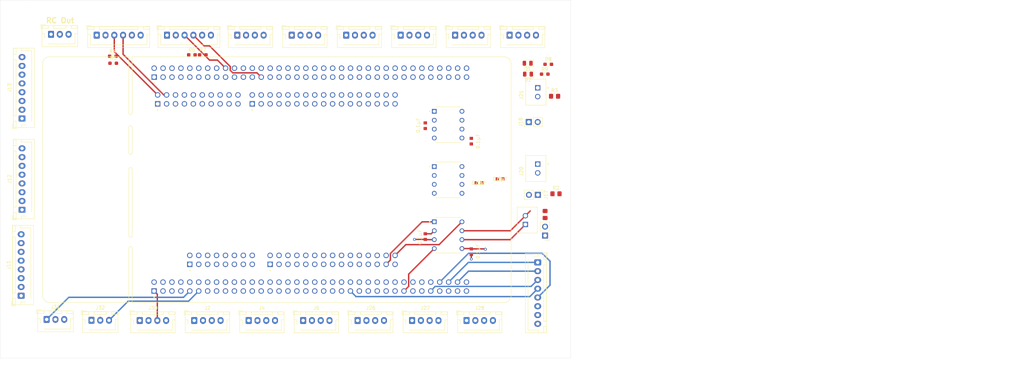
<source format=kicad_pcb>
(kicad_pcb (version 20171130) (host pcbnew "(5.1.12)-1")
  (layers (0 F.Cu signal) (1 5V power hide) (2 GND power hide) (31 B.Cu signal) (35 F.Paste user hide) (37 F.SilkS user) (39 F.Mask user hide) (44 Edge.Cuts user))
  (net 0 "")
  (net 1 GND)
  (net 2 +5V)
  (net 3 "Net-(D1-Pad1)")
  (net 4 "Net-(D2-Pad1)")
  (net 5 Drive1-Enc-Bout)
  (net 6 Drive1-Enc-Aout)
  (net 7 Steer1-Enc-Aout)
  (net 8 Steer1-Enc-Bout)
  (net 9 Drive2-Enc-Aout)
  (net 10 Drive2-Enc-Bout)
  (net 11 Steer2-Enc-Bout)
  (net 12 Steer2-Enc-Aout)
  (net 13 Drive3-Enc-Bout)
  (net 14 Drive3-Enc-Aout)
  (net 15 Steer3-Enc-Aout)
  (net 16 Steer3-Enc-Bout)
  (net 17 +3V3)
  (net 18 Steer1-INA1)
  (net 19 Steer1-INA2)
  (net 20 Steer1-PWMA)
  (net 21 Steer1-INB1)
  (net 22 Steer1-INB2)
  (net 23 Steer1-PWMB)
  (net 24 "Net-(J11-Pad1)")
  (net 25 "Net-(J12-Pad1)")
  (net 26 Steer2-PWMB)
  (net 27 Steer2-INB2)
  (net 28 Steer2-INB1)
  (net 29 Steer2-PWMA)
  (net 30 Steer2-INA2)
  (net 31 Steer2-INA1)
  (net 32 Steer3-INA1)
  (net 33 Steer3-INA2)
  (net 34 Steer3-PWMA)
  (net 35 Steer3-INB1)
  (net 36 Steer3-INB2)
  (net 37 Steer3-PWMB)
  (net 38 "Net-(J13-Pad1)")
  (net 39 "Net-(U1-Pad28)")
  (net 40 "Net-(U1-Pad27)")
  (net 41 "Net-(U1-Pad29)")
  (net 42 "Net-(U1-Pad26)")
  (net 43 "Net-(U1-Pad99)")
  (net 44 "Net-(U1-Pad42)")
  (net 45 "Net-(U1-Pad14)")
  (net 46 "Net-(U1-Pad73)")
  (net 47 "Net-(U1-Pad45)")
  (net 48 "Net-(U1-Pad103)")
  (net 49 "Net-(U1-Pad37)")
  (net 50 "Net-(U1-Pad138)")
  (net 51 "Net-(U1-Pad25)")
  (net 52 "Net-(U1-Pad87)")
  (net 53 "Net-(U1-Pad92)")
  (net 54 "Net-(U1-Pad91)")
  (net 55 Drive5-Enc-Aout)
  (net 56 Drive5-Enc-Bout)
  (net 57 Drive6-Enc-Aout)
  (net 58 Drive6-Enc-Bout)
  (net 59 Steer4-Enc-Aout)
  (net 60 Steer4-Enc-Bout)
  (net 61 Steer5-Enc-Aout)
  (net 62 Steer5-Enc-Bout)
  (net 63 Steer6-Enc-Aout)
  (net 64 Steer6-Enc-Bout)
  (net 65 Drive4-Enc-Aout)
  (net 66 Drive4-Enc-Bout)
  (net 67 "Net-(U1-Pad155)")
  (net 68 "Net-(U1-Pad154)")
  (net 69 "Net-(U1-Pad156)")
  (net 70 "Net-(U1-Pad153)")
  (net 71 "Net-(U1-Pad150)")
  (net 72 "Net-(U1-Pad149)")
  (net 73 "Net-(U1-Pad145)")
  (net 74 "Net-(U1-Pad157)")
  (net 75 "Net-(U1-Pad116)")
  (net 76 "Net-(J8-Pad1)")
  (net 77 "Net-(U1-Pad35)")
  (net 78 "Net-(J8-Pad3)")
  (net 79 "Net-(J8-Pad2)")
  (net 80 "Net-(U1-Pad49)")
  (net 81 "Net-(U1-Pad13)")
  (net 82 "Net-(U1-Pad53)")
  (net 83 "Net-(U1-Pad64)")
  (net 84 "Net-(U1-Pad66)")
  (net 85 "Net-(U1-Pad60)")
  (net 86 "Net-(U1-Pad67)")
  (net 87 "Net-(U1-Pad63)")
  (net 88 "Net-(U1-Pad80)")
  (net 89 "Net-(U1-Pad58)")
  (net 90 "Net-(U1-Pad81)")
  (net 91 "Net-(U1-Pad82)")
  (net 92 "Net-(U1-Pad59)")
  (net 93 "Net-(U1-Pad15)")
  (net 94 "Net-(U1-Pad44)")
  (net 95 "Net-(U1-Pad102)")
  (net 96 "Net-(U1-Pad74)")
  (net 97 "Net-(U1-Pad75)")
  (net 98 "Net-(U1-Pad76)")
  (net 99 "Net-(U1-Pad100)")
  (net 100 "Net-(U1-Pad101)")
  (net 101 "Net-(U1-Pad97)")
  (net 102 "Net-(U1-Pad132)")
  (net 103 /CAN2L)
  (net 104 /CAN3L)
  (net 105 /CAN1H)
  (net 106 /CAN1L)
  (net 107 /CAN2H)
  (net 108 /CAN3H)
  (net 109 /LED1)
  (net 110 /LED2)
  (net 111 /I2C-1-Extra)
  (net 112 /I2C-1-INT)
  (net 113 /I2C-1-SCL)
  (net 114 /I2C-1-SDA)
  (net 115 /I2C-3-SDA)
  (net 116 /I2C-3-SCL)
  (net 117 /SPI-1-INT)
  (net 118 /SPI-1-SCK)
  (net 119 /SPI-1-MOSI)
  (net 120 /SPI-1-MISO)
  (net 121 /SPI-1-CS)
  (net 122 "Net-(J17-Pad2)")
  (net 123 "Net-(J18-Pad1)")
  (net 124 "Net-(J23-Pad2)")
  (net 125 /SabreTX)
  (net 126 /TurretPWM1)
  (net 127 /TurretPWM2)
  (net 128 "Net-(U1-Pad89)")
  (net 129 "Net-(U1-Pad90)")
  (net 130 "Net-(U1-Pad93)")
  (net 131 "Net-(U1-Pad79)")
  (net 132 "Net-(U1-Pad141)")
  (net 133 "Net-(U1-Pad129)")
  (net 134 "Net-(U1-Pad55)")
  (net 135 "Net-(U1-Pad50)")
  (net 136 "Net-(U1-Pad68)")
  (net 137 "Net-(U1-Pad54)")
  (net 138 "Net-(U1-Pad65)")
  (net 139 "Net-(U1-Pad86)")
  (net 140 "Net-(U1-Pad85)")
  (net 141 "Net-(U1-Pad22)")
  (net 142 "Net-(U1-Pad36)")
  (net 143 /CAN3-RXD)
  (net 144 /CAN2-RXD)
  (net 145 /CAN3-TX)
  (net 146 "Net-(U1-Pad47)")
  (net 147 "Net-(U1-Pad48)")
  (net 148 /CAN2-TX)
  (net 149 "Net-(U1-Pad43)")
  (net 150 "Net-(U1-Pad104)")
  (net 151 "Net-(U1-Pad41)")
  (net 152 "Net-(U1-Pad77)")
  (net 153 "Net-(U1-Pad96)")
  (net 154 "Net-(U1-Pad56)")
  (net 155 "Net-(U1-Pad40)")
  (net 156 "Net-(U1-Pad110)")
  (net 157 "Net-(U1-Pad46)")
  (net 158 "Net-(U1-Pad34)")
  (net 159 "Net-(U1-Pad1)")
  (net 160 "Net-(U1-Pad21)")
  (net 161 /CAN1-TX)
  (net 162 /CAN1-RXD)
  (net 163 "Net-(U1-Pad20)")
  (net 164 "Net-(U1-Pad2)")
  (net 165 "Net-(U1-Pad10)")
  (net 166 "Net-(U1-Pad5)")
  (net 167 "Net-(U1-Pad11)")
  (net 168 "Net-(U1-Pad4)")
  (net 169 "Net-(U1-Pad12)")
  (net 170 "Net-(U1-Pad3)")
  (net 171 "Net-(U1-Pad117)")
  (net 172 "Net-(U1-Pad118)")
  (net 173 "Net-(U1-Pad119)")
  (net 174 "Net-(U1-Pad122)")
  (net 175 "Net-(U1-Pad88)")
  (net 176 "Net-(U1-Pad113)")
  (net 177 "Net-(U1-Pad112)")
  (net 178 "Net-(U1-Pad98)")
  (net 179 "Net-(U1-Pad78)")
  (net 180 "Net-(U1-Pad127)")
  (net 181 "Net-(U1-Pad142)")
  (net 182 "Net-(U1-Pad24)")
  (net 183 "Net-(U1-Pad7)")
  (net 184 "Net-(U1-Pad137)")
  (net 185 "Net-(U1-Pad109)")
  (net 186 "Net-(U1-Pad105)")
  (net 187 /CAN1-STBY)
  (net 188 /CAN2-STBY)
  (net 189 /CAN3-STBY)
  (net 190 "Net-(J15-Pad8)")
  (net 191 /I2C-2-INT2)
  (net 192 /I2C-2-INT)
  (net 193 /I2C-2-SCL)
  (net 194 /I2C-2-SDA)
  (module DriverBoard:JST2Way (layer F.Cu) (at 217 110.2 270)
    (fp_text reference J19)
    (fp_text value "B2B-XH-A(LF)(SN)")
    (pad 1 thru_hole rect (at 1.25 0 270) (size 1.508 1.508) (drill 1) (layers *.Cu *.Mask) (net 106 /CAN1L))
    (pad 2 thru_hole circle (at -1.25 0 270) (size 1.508 1.508) (drill 1) (layers *.Cu *.Mask) (net 105 /CAN1H))
  )
  (module Footprint:D_0805_2012Metric (layer F.Cu) (at 217.7375 68.6 180)
    (fp_text reference D2 (at 0 -1.65) (layer F.SilkS))
    (fp_text value LED)
    (pad 2 smd roundrect (at 0.9375 0 180) (size 0.975 1.4) (layers F.Cu F.Paste F.Mask) (net 110 /LED2))
    (pad 1 smd roundrect (at -0.9375 0 180) (size 0.975 1.4) (layers F.Cu F.Paste F.Mask) (net 4 "Net-(D2-Pad1)"))
  )
  (module Footprint:D_0805_2012Metric (layer F.Cu) (at 217.6375 65.5 180)
    (fp_text reference D1 (at 0 -1.65) (layer F.SilkS))
    (fp_text value LED)
    (pad 2 smd roundrect (at 0.9375 0 180) (size 0.975 1.4) (layers F.Cu F.Paste F.Mask) (net 109 /LED1))
    (pad 1 smd roundrect (at -0.9375 0 180) (size 0.975 1.4) (layers F.Cu F.Paste F.Mask) (net 3 "Net-(D1-Pad1)"))
  )
  (module MCP2562:MCP2562 (layer F.Cu) (at 195 83)
    (fp_text reference U5)
    (fp_text value MCP2562-E_SN)
    (pad 8 thru_hole circle (at 3.937 -3.81) (size 1.338 1.338) (drill 0.83) (layers *.Cu *.Mask) (net 189 /CAN3-STBY))
    (pad 7 thru_hole circle (at 3.937 -1.27) (size 1.338 1.338) (drill 0.83) (layers *.Cu *.Mask) (net 108 /CAN3H))
    (pad 6 thru_hole circle (at 3.937 1.27) (size 1.338 1.338) (drill 0.83) (layers *.Cu *.Mask) (net 104 /CAN3L))
    (pad 5 thru_hole circle (at 3.937 3.81) (size 1.338 1.338) (drill 0.83) (layers *.Cu *.Mask) (net 17 +3V3))
    (pad 4 thru_hole circle (at -3.937 3.81) (size 1.338 1.338) (drill 0.83) (layers *.Cu *.Mask) (net 143 /CAN3-RXD))
    (pad 3 thru_hole circle (at -3.937 1.27) (size 1.338 1.338) (drill 0.83) (layers *.Cu *.Mask) (net 2 +5V))
    (pad 2 thru_hole circle (at -3.937 -1.27) (size 1.338 1.338) (drill 0.83) (layers *.Cu *.Mask) (net 1 GND))
    (pad 1 thru_hole rect (at -3.937 -3.81) (size 1.338 1.338) (drill 0.83) (layers *.Cu *.Mask) (net 145 /CAN3-TX))
  )
  (module MCP2562:MCP2562 (layer F.Cu) (at 195 98.75)
    (fp_text reference U4)
    (fp_text value MCP2562-E_SN)
    (pad 8 thru_hole circle (at 3.937 -3.81) (size 1.338 1.338) (drill 0.83) (layers *.Cu *.Mask) (net 188 /CAN2-STBY))
    (pad 7 thru_hole circle (at 3.937 -1.27) (size 1.338 1.338) (drill 0.83) (layers *.Cu *.Mask) (net 107 /CAN2H))
    (pad 6 thru_hole circle (at 3.937 1.27) (size 1.338 1.338) (drill 0.83) (layers *.Cu *.Mask) (net 103 /CAN2L))
    (pad 5 thru_hole circle (at 3.937 3.81) (size 1.338 1.338) (drill 0.83) (layers *.Cu *.Mask) (net 17 +3V3))
    (pad 4 thru_hole circle (at -3.937 3.81) (size 1.338 1.338) (drill 0.83) (layers *.Cu *.Mask) (net 144 /CAN2-RXD))
    (pad 3 thru_hole circle (at -3.937 1.27) (size 1.338 1.338) (drill 0.83) (layers *.Cu *.Mask) (net 2 +5V))
    (pad 2 thru_hole circle (at -3.937 -1.27) (size 1.338 1.338) (drill 0.83) (layers *.Cu *.Mask) (net 1 GND))
    (pad 1 thru_hole rect (at -3.937 -3.81) (size 1.338 1.338) (drill 0.83) (layers *.Cu *.Mask) (net 148 /CAN2-TX))
  )
  (module MCP2562:MCP2562 (layer F.Cu) (at 195 114.5)
    (fp_text reference U3)
    (fp_text value MCP2562-E_SN)
    (pad 8 thru_hole circle (at 3.937 -3.81) (size 1.338 1.338) (drill 0.83) (layers *.Cu *.Mask) (net 187 /CAN1-STBY))
    (pad 7 thru_hole circle (at 3.937 -1.27) (size 1.338 1.338) (drill 0.83) (layers *.Cu *.Mask) (net 105 /CAN1H))
    (pad 6 thru_hole circle (at 3.937 1.27) (size 1.338 1.338) (drill 0.83) (layers *.Cu *.Mask) (net 106 /CAN1L))
    (pad 5 thru_hole circle (at 3.937 3.81) (size 1.338 1.338) (drill 0.83) (layers *.Cu *.Mask) (net 17 +3V3))
    (pad 4 thru_hole circle (at -3.937 3.81) (size 1.338 1.338) (drill 0.83) (layers *.Cu *.Mask) (net 162 /CAN1-RXD))
    (pad 3 thru_hole circle (at -3.937 1.27) (size 1.338 1.338) (drill 0.83) (layers *.Cu *.Mask) (net 2 +5V))
    (pad 2 thru_hole circle (at -3.937 -1.27) (size 1.338 1.338) (drill 0.83) (layers *.Cu *.Mask) (net 1 GND))
    (pad 1 thru_hole rect (at -3.937 -3.81) (size 1.338 1.338) (drill 0.83) (layers *.Cu *.Mask) (net 161 /CAN1-TX))
  )
  (module DriverBoard:JST3Way (layer F.Cu) (at 93.5 138.75)
    (fp_text reference J32 (at 2.5 -3.55) (layer F.SilkS))
    (fp_text value "B3B-XH-A(LF)(SN)")
    (pad "" np_thru_hole circle (at -1.6 2) (size 1.2 1.2) (drill 1.2) (layers *.Cu *.Mask))
    (pad 3 thru_hole oval (at 5 0) (size 1.7 1.95) (drill 0.95) (layers *.Cu *.Mask) (net 127 /TurretPWM2))
    (pad 2 thru_hole oval (at 2.5 0) (size 1.7 1.95) (drill 0.95) (layers *.Cu *.Mask) (net 1 GND))
    (pad 1 thru_hole roundrect (at 0 0) (size 1.7 1.95) (drill 0.95) (layers *.Cu *.Mask) (roundrect_rratio 0.147059) (net 2 +5V))
  )
  (module DriverBoard:JST3Way (layer F.Cu) (at 80.75 138.5)
    (fp_text reference J31 (at 2.5 -3.55) (layer F.SilkS))
    (fp_text value "B3B-XH-A(LF)(SN)")
    (pad "" np_thru_hole circle (at -1.6 2) (size 1.2 1.2) (drill 1.2) (layers *.Cu *.Mask))
    (pad 3 thru_hole oval (at 5 0) (size 1.7 1.95) (drill 0.95) (layers *.Cu *.Mask) (net 2 +5V))
    (pad 2 thru_hole oval (at 2.5 0) (size 1.7 1.95) (drill 0.95) (layers *.Cu *.Mask) (net 1 GND))
    (pad 1 thru_hole roundrect (at 0 0) (size 1.7 1.95) (drill 0.95) (layers *.Cu *.Mask) (roundrect_rratio 0.147059) (net 126 /TurretPWM1))
  )
  (module DriverBoard:JST4Way (layer F.Cu) (at 107.25 138.8)
    (fp_text reference J30 (at 3.75 -3.55) (layer F.SilkS))
    (fp_text value "B4B-XH-A(LF)(SN)")
    (pad "" np_thru_hole circle (at -1.6 2) (size 1.2 1.2) (drill 1.2) (layers *.Cu *.Mask))
    (pad 4 thru_hole oval (at 7.5 0) (size 1.7 1.95) (drill 0.95) (layers *.Cu *.Mask) (net 125 /SabreTX))
    (pad 3 thru_hole oval (at 5 0) (size 1.7 1.95) (drill 0.95) (layers *.Cu *.Mask) (net 125 /SabreTX))
    (pad 2 thru_hole oval (at 2.5 0) (size 1.7 1.95) (drill 0.95) (layers *.Cu *.Mask) (net 125 /SabreTX))
    (pad 1 thru_hole roundrect (at 0 0) (size 1.7 1.95) (drill 0.95) (layers *.Cu *.Mask) (roundrect_rratio 0.147059) (net 125 /SabreTX))
  )
  (module DriverBoard:JST4Way (layer F.Cu) (at 181.5 57.5)
    (fp_text reference J29)
    (fp_text value "B4B-XH-A(LF)(SN)")
    (pad "" np_thru_hole circle (at -1.6 2) (size 1.2 1.2) (drill 1.2) (layers *.Cu *.Mask))
    (pad 4 thru_hole oval (at 7.5 0) (size 1.7 1.95) (drill 0.95) (layers *.Cu *.Mask) (net 2 +5V))
    (pad 3 thru_hole oval (at 5 0) (size 1.7 1.95) (drill 0.95) (layers *.Cu *.Mask) (net 1 GND))
    (pad 2 thru_hole oval (at 2.5 0) (size 1.7 1.95) (drill 0.95) (layers *.Cu *.Mask) (net 65 Drive4-Enc-Aout))
    (pad 1 thru_hole roundrect (at 0 0) (size 1.7 1.95) (drill 0.95) (layers *.Cu *.Mask) (roundrect_rratio 0.147059) (net 66 Drive4-Enc-Bout))
  )
  (module DriverBoard:JST4Way (layer F.Cu) (at 200.25 138.8)
    (fp_text reference J28 (at 3.75 -3.55) (layer F.SilkS))
    (fp_text value "B4B-XH-A(LF)(SN)")
    (pad "" np_thru_hole circle (at -1.6 2) (size 1.2 1.2) (drill 1.2) (layers *.Cu *.Mask))
    (pad 4 thru_hole oval (at 7.5 0) (size 1.7 1.95) (drill 0.95) (layers *.Cu *.Mask) (net 2 +5V))
    (pad 3 thru_hole oval (at 5 0) (size 1.7 1.95) (drill 0.95) (layers *.Cu *.Mask) (net 1 GND))
    (pad 2 thru_hole oval (at 2.5 0) (size 1.7 1.95) (drill 0.95) (layers *.Cu *.Mask) (net 63 Steer6-Enc-Aout))
    (pad 1 thru_hole roundrect (at 0 0) (size 1.7 1.95) (drill 0.95) (layers *.Cu *.Mask) (roundrect_rratio 0.147059) (net 64 Steer6-Enc-Bout))
  )
  (module DriverBoard:JST4Way (layer F.Cu) (at 184.75 138.8)
    (fp_text reference J27 (at 3.75 -3.55) (layer F.SilkS))
    (fp_text value "B4B-XH-A(LF)(SN)")
    (pad "" np_thru_hole circle (at -1.6 2) (size 1.2 1.2) (drill 1.2) (layers *.Cu *.Mask))
    (pad 4 thru_hole oval (at 7.5 0) (size 1.7 1.95) (drill 0.95) (layers *.Cu *.Mask) (net 2 +5V))
    (pad 3 thru_hole oval (at 5 0) (size 1.7 1.95) (drill 0.95) (layers *.Cu *.Mask) (net 1 GND))
    (pad 2 thru_hole oval (at 2.5 0) (size 1.7 1.95) (drill 0.95) (layers *.Cu *.Mask) (net 61 Steer5-Enc-Aout))
    (pad 1 thru_hole roundrect (at 0 0) (size 1.7 1.95) (drill 0.95) (layers *.Cu *.Mask) (roundrect_rratio 0.147059) (net 62 Steer5-Enc-Bout))
  )
  (module DriverBoard:JST4Way (layer F.Cu) (at 169.25 138.8)
    (fp_text reference J26 (at 3.75 -3.55) (layer F.SilkS))
    (fp_text value "B4B-XH-A(LF)(SN)")
    (pad "" np_thru_hole circle (at -1.6 2) (size 1.2 1.2) (drill 1.2) (layers *.Cu *.Mask))
    (pad 4 thru_hole oval (at 7.5 0) (size 1.7 1.95) (drill 0.95) (layers *.Cu *.Mask) (net 2 +5V))
    (pad 3 thru_hole oval (at 5 0) (size 1.7 1.95) (drill 0.95) (layers *.Cu *.Mask) (net 1 GND))
    (pad 2 thru_hole oval (at 2.5 0) (size 1.7 1.95) (drill 0.95) (layers *.Cu *.Mask) (net 59 Steer4-Enc-Aout))
    (pad 1 thru_hole roundrect (at 0 0) (size 1.7 1.95) (drill 0.95) (layers *.Cu *.Mask) (roundrect_rratio 0.147059) (net 60 Steer4-Enc-Bout))
  )
  (module DriverBoard:JST4Way (layer F.Cu) (at 212.5 57.5)
    (fp_text reference J25)
    (fp_text value "B4B-XH-A(LF)(SN)")
    (pad "" np_thru_hole circle (at -1.6 2) (size 1.2 1.2) (drill 1.2) (layers *.Cu *.Mask))
    (pad 4 thru_hole oval (at 7.5 0) (size 1.7 1.95) (drill 0.95) (layers *.Cu *.Mask) (net 2 +5V))
    (pad 3 thru_hole oval (at 5 0) (size 1.7 1.95) (drill 0.95) (layers *.Cu *.Mask) (net 1 GND))
    (pad 2 thru_hole oval (at 2.5 0) (size 1.7 1.95) (drill 0.95) (layers *.Cu *.Mask) (net 57 Drive6-Enc-Aout))
    (pad 1 thru_hole roundrect (at 0 0) (size 1.7 1.95) (drill 0.95) (layers *.Cu *.Mask) (roundrect_rratio 0.147059) (net 58 Drive6-Enc-Bout))
  )
  (module DriverBoard:JST4Way (layer F.Cu) (at 197 57.5)
    (fp_text reference J24)
    (fp_text value "B4B-XH-A(LF)(SN)")
    (pad "" np_thru_hole circle (at -1.6 2) (size 1.2 1.2) (drill 1.2) (layers *.Cu *.Mask))
    (pad 4 thru_hole oval (at 7.5 0) (size 1.7 1.95) (drill 0.95) (layers *.Cu *.Mask) (net 2 +5V))
    (pad 3 thru_hole oval (at 5 0) (size 1.7 1.95) (drill 0.95) (layers *.Cu *.Mask) (net 1 GND))
    (pad 2 thru_hole oval (at 2.5 0) (size 1.7 1.95) (drill 0.95) (layers *.Cu *.Mask) (net 55 Drive5-Enc-Aout))
    (pad 1 thru_hole roundrect (at 0 0) (size 1.7 1.95) (drill 0.95) (layers *.Cu *.Mask) (roundrect_rratio 0.147059) (net 56 Drive5-Enc-Bout))
  )
  (module DriverBoard:2PinHeader (layer F.Cu) (at 222.6 114.6 180)
    (fp_text reference J23)
    (fp_text value Jumper)
    (pad 2 thru_hole oval (at 0 2.54 180) (size 1.7 1.7) (drill 1) (layers *.Cu *.Mask) (net 124 "Net-(J23-Pad2)"))
    (pad 1 thru_hole rect (at 0 0 180) (size 1.7 1.7) (drill 1) (layers *.Cu *.Mask) (net 106 /CAN1L))
  )
  (module DriverBoard:JST2Way (layer F.Cu) (at 220.5 73.75 90)
    (fp_text reference J21 (at -0.775 -4.66 90) (layer F.SilkS))
    (fp_text value "B2B-XH-A(LF)(SN)")
    (pad 1 thru_hole rect (at 1.25 0 90) (size 1.508 1.508) (drill 1) (layers *.Cu *.Mask) (net 104 /CAN3L))
    (pad 2 thru_hole circle (at -1.25 0 90) (size 1.508 1.508) (drill 1) (layers *.Cu *.Mask) (net 108 /CAN3H))
  )
  (module DriverBoard:JST2Way (layer F.Cu) (at 220.5 95.5 90)
    (fp_text reference J20 (at -0.775 -4.66 90) (layer F.SilkS))
    (fp_text value "B2B-XH-A(LF)(SN)")
    (pad 1 thru_hole rect (at 1.25 0 90) (size 1.508 1.508) (drill 1) (layers *.Cu *.Mask) (net 103 /CAN2L))
    (pad 2 thru_hole circle (at -1.25 0 90) (size 1.508 1.508) (drill 1) (layers *.Cu *.Mask) (net 107 /CAN2H))
  )
  (module DriverBoard:2PinHeader (layer F.Cu) (at 217.96 82.25 90)
    (fp_text reference J18 (at 0 -2.33 90) (layer F.SilkS))
    (fp_text value Jumper)
    (pad 2 thru_hole oval (at 0 2.54 90) (size 1.7 1.7) (drill 1) (layers *.Cu *.Mask) (net 104 /CAN3L))
    (pad 1 thru_hole rect (at 0 0 90) (size 1.7 1.7) (drill 1) (layers *.Cu *.Mask) (net 123 "Net-(J18-Pad1)"))
  )
  (module DriverBoard:2PinHeader (layer F.Cu) (at 220.54 103 270)
    (fp_text reference J17 (at 0 -2.33 90) (layer F.SilkS))
    (fp_text value Jumper)
    (pad 2 thru_hole oval (at 0 2.54 270) (size 1.7 1.7) (drill 1) (layers *.Cu *.Mask) (net 122 "Net-(J17-Pad2)"))
    (pad 1 thru_hole rect (at 0 0 270) (size 1.7 1.7) (drill 1) (layers *.Cu *.Mask) (net 103 /CAN2L))
  )
  (module DriverBoard:JST8Way (layer F.Cu) (at 220.5 122.25 270)
    (fp_text reference J15)
    (fp_text value B8B-XH-ALFSN)
    (pad "" np_thru_hole circle (at -1.6 2 270) (size 1.2 1.2) (drill 1.2) (layers *.Cu *.Mask))
    (pad 8 thru_hole oval (at 17.5 0 270) (size 1.7 1.95) (drill 0.95) (layers *.Cu *.Mask) (net 190 "Net-(J15-Pad8)"))
    (pad 7 thru_hole oval (at 15 0 270) (size 1.7 1.95) (drill 0.95) (layers *.Cu *.Mask) (net 17 +3V3))
    (pad 6 thru_hole oval (at 12.5 0 270) (size 1.7 1.95) (drill 0.95) (layers *.Cu *.Mask) (net 1 GND))
    (pad 5 thru_hole oval (at 10 0 270) (size 1.7 1.95) (drill 0.95) (layers *.Cu *.Mask) (net 121 /SPI-1-CS))
    (pad 4 thru_hole oval (at 7.5 0 270) (size 1.7 1.95) (drill 0.95) (layers *.Cu *.Mask) (net 120 /SPI-1-MISO))
    (pad 3 thru_hole oval (at 5 0 270) (size 1.7 1.95) (drill 0.95) (layers *.Cu *.Mask) (net 119 /SPI-1-MOSI))
    (pad 2 thru_hole oval (at 2.5 0 270) (size 1.7 1.95) (drill 0.95) (layers *.Cu *.Mask) (net 118 /SPI-1-SCK))
    (pad 1 thru_hole roundrect (at 0 0 270) (size 1.7 1.95) (drill 0.95) (layers *.Cu *.Mask) (roundrect_rratio 0.147059) (net 117 /SPI-1-INT))
  )
  (module DriverBoard:JST6Way (layer F.Cu) (at 115 57.5)
    (fp_text reference J14)
    (fp_text value B6B-XH-ALFSN)
    (pad 6 thru_hole oval (at 12.5 0) (size 1.7 1.95) (drill 0.95) (layers *.Cu *.Mask) (net 191 /I2C-2-INT2))
    (pad 5 thru_hole oval (at 10 0) (size 1.7 1.95) (drill 0.95) (layers *.Cu *.Mask) (net 192 /I2C-2-INT))
    (pad 4 thru_hole oval (at 7.5 0) (size 1.7 1.95) (drill 0.95) (layers *.Cu *.Mask) (net 193 /I2C-2-SCL))
    (pad 3 thru_hole oval (at 5 0) (size 1.7 1.95) (drill 0.95) (layers *.Cu *.Mask) (net 194 /I2C-2-SDA))
    (pad 2 thru_hole oval (at 2.5 0) (size 1.7 1.95) (drill 0.95) (layers *.Cu *.Mask) (net 1 GND))
    (pad 1 thru_hole roundrect (at 0 0) (size 1.7 1.95) (drill 0.95) (layers *.Cu *.Mask) (roundrect_rratio 0.147059) (net 17 +3V3))
  )
  (module DriverBoard:JST8Way (layer F.Cu) (at 73.75 81.25 90)
    (fp_text reference J13 (at 8.75 -3.55 90) (layer F.SilkS))
    (fp_text value B8B-XH-ALFSN)
    (pad "" np_thru_hole circle (at -1.6 2 90) (size 1.2 1.2) (drill 1.2) (layers *.Cu *.Mask))
    (pad 8 thru_hole oval (at 17.5 0 90) (size 1.7 1.95) (drill 0.95) (layers *.Cu *.Mask) (net 32 Steer3-INA1))
    (pad 7 thru_hole oval (at 15 0 90) (size 1.7 1.95) (drill 0.95) (layers *.Cu *.Mask) (net 33 Steer3-INA2))
    (pad 6 thru_hole oval (at 12.5 0 90) (size 1.7 1.95) (drill 0.95) (layers *.Cu *.Mask) (net 34 Steer3-PWMA))
    (pad 5 thru_hole oval (at 10 0 90) (size 1.7 1.95) (drill 0.95) (layers *.Cu *.Mask) (net 35 Steer3-INB1))
    (pad 4 thru_hole oval (at 7.5 0 90) (size 1.7 1.95) (drill 0.95) (layers *.Cu *.Mask) (net 36 Steer3-INB2))
    (pad 3 thru_hole oval (at 5 0 90) (size 1.7 1.95) (drill 0.95) (layers *.Cu *.Mask) (net 37 Steer3-PWMB))
    (pad 2 thru_hole oval (at 2.5 0 90) (size 1.7 1.95) (drill 0.95) (layers *.Cu *.Mask) (net 1 GND))
    (pad 1 thru_hole roundrect (at 0 0 90) (size 1.7 1.95) (drill 0.95) (layers *.Cu *.Mask) (roundrect_rratio 0.147059) (net 38 "Net-(J13-Pad1)"))
  )
  (module DriverBoard:JST8Way (layer F.Cu) (at 73.75 107.25 90)
    (fp_text reference J12 (at 8.75 -3.55 90) (layer F.SilkS))
    (fp_text value B8B-XH-ALFSN)
    (pad "" np_thru_hole circle (at -1.6 2 90) (size 1.2 1.2) (drill 1.2) (layers *.Cu *.Mask))
    (pad 8 thru_hole oval (at 17.5 0 90) (size 1.7 1.95) (drill 0.95) (layers *.Cu *.Mask) (net 31 Steer2-INA1))
    (pad 7 thru_hole oval (at 15 0 90) (size 1.7 1.95) (drill 0.95) (layers *.Cu *.Mask) (net 30 Steer2-INA2))
    (pad 6 thru_hole oval (at 12.5 0 90) (size 1.7 1.95) (drill 0.95) (layers *.Cu *.Mask) (net 29 Steer2-PWMA))
    (pad 5 thru_hole oval (at 10 0 90) (size 1.7 1.95) (drill 0.95) (layers *.Cu *.Mask) (net 28 Steer2-INB1))
    (pad 4 thru_hole oval (at 7.5 0 90) (size 1.7 1.95) (drill 0.95) (layers *.Cu *.Mask) (net 27 Steer2-INB2))
    (pad 3 thru_hole oval (at 5 0 90) (size 1.7 1.95) (drill 0.95) (layers *.Cu *.Mask) (net 26 Steer2-PWMB))
    (pad 2 thru_hole oval (at 2.5 0 90) (size 1.7 1.95) (drill 0.95) (layers *.Cu *.Mask) (net 1 GND))
    (pad 1 thru_hole roundrect (at 0 0 90) (size 1.7 1.95) (drill 0.95) (layers *.Cu *.Mask) (roundrect_rratio 0.147059) (net 25 "Net-(J12-Pad1)"))
  )
  (module DriverBoard:JST8Way (layer F.Cu) (at 73.5 131.75 90)
    (fp_text reference J11 (at 8.75 -3.55 90) (layer F.SilkS))
    (fp_text value B8B-XH-ALFSN)
    (pad "" np_thru_hole circle (at -1.6 2 90) (size 1.2 1.2) (drill 1.2) (layers *.Cu *.Mask))
    (pad 8 thru_hole oval (at 17.5 0 90) (size 1.7 1.95) (drill 0.95) (layers *.Cu *.Mask) (net 18 Steer1-INA1))
    (pad 7 thru_hole oval (at 15 0 90) (size 1.7 1.95) (drill 0.95) (layers *.Cu *.Mask) (net 19 Steer1-INA2))
    (pad 6 thru_hole oval (at 12.5 0 90) (size 1.7 1.95) (drill 0.95) (layers *.Cu *.Mask) (net 20 Steer1-PWMA))
    (pad 5 thru_hole oval (at 10 0 90) (size 1.7 1.95) (drill 0.95) (layers *.Cu *.Mask) (net 21 Steer1-INB1))
    (pad 4 thru_hole oval (at 7.5 0 90) (size 1.7 1.95) (drill 0.95) (layers *.Cu *.Mask) (net 22 Steer1-INB2))
    (pad 3 thru_hole oval (at 5 0 90) (size 1.7 1.95) (drill 0.95) (layers *.Cu *.Mask) (net 23 Steer1-PWMB))
    (pad 2 thru_hole oval (at 2.5 0 90) (size 1.7 1.95) (drill 0.95) (layers *.Cu *.Mask) (net 1 GND))
    (pad 1 thru_hole roundrect (at 0 0 90) (size 1.7 1.95) (drill 0.95) (layers *.Cu *.Mask) (roundrect_rratio 0.147059) (net 24 "Net-(J11-Pad1)"))
  )
  (module DriverBoard:JST3Way (layer F.Cu) (at 82 57.25)
    (fp_text reference J8)
    (fp_text value "B3B-XH-A(LF)(SN)")
    (pad "" np_thru_hole circle (at -1.6 2) (size 1.2 1.2) (drill 1.2) (layers *.Cu *.Mask))
    (pad 3 thru_hole oval (at 5 0) (size 1.7 1.95) (drill 0.95) (layers *.Cu *.Mask) (net 78 "Net-(J8-Pad3)"))
    (pad 2 thru_hole oval (at 2.5 0) (size 1.7 1.95) (drill 0.95) (layers *.Cu *.Mask) (net 79 "Net-(J8-Pad2)"))
    (pad 1 thru_hole roundrect (at 0 0) (size 1.7 1.95) (drill 0.95) (layers *.Cu *.Mask) (roundrect_rratio 0.147059) (net 76 "Net-(J8-Pad1)"))
  )
  (module DriverBoard:JST6Way (layer F.Cu) (at 95 57.5)
    (fp_text reference J7)
    (fp_text value B6B-XH-ALFSN)
    (pad 6 thru_hole oval (at 12.5 0) (size 1.7 1.95) (drill 0.95) (layers *.Cu *.Mask) (net 17 +3V3))
    (pad 5 thru_hole oval (at 10 0) (size 1.7 1.95) (drill 0.95) (layers *.Cu *.Mask) (net 1 GND))
    (pad 4 thru_hole oval (at 7.5 0) (size 1.7 1.95) (drill 0.95) (layers *.Cu *.Mask) (net 114 /I2C-1-SDA))
    (pad 3 thru_hole oval (at 5 0) (size 1.7 1.95) (drill 0.95) (layers *.Cu *.Mask) (net 113 /I2C-1-SCL))
    (pad 2 thru_hole oval (at 2.5 0) (size 1.7 1.95) (drill 0.95) (layers *.Cu *.Mask) (net 112 /I2C-1-INT))
    (pad 1 thru_hole roundrect (at 0 0) (size 1.7 1.95) (drill 0.95) (layers *.Cu *.Mask) (roundrect_rratio 0.147059) (net 111 /I2C-1-Extra))
  )
  (module DriverBoard:JST4Way (layer F.Cu) (at 153.75 138.8)
    (fp_text reference J6 (at 3.75 -3.55) (layer F.SilkS))
    (fp_text value "B4B-XH-A(LF)(SN)")
    (pad "" np_thru_hole circle (at -1.6 2) (size 1.2 1.2) (drill 1.2) (layers *.Cu *.Mask))
    (pad 4 thru_hole oval (at 7.5 0) (size 1.7 1.95) (drill 0.95) (layers *.Cu *.Mask) (net 2 +5V))
    (pad 3 thru_hole oval (at 5 0) (size 1.7 1.95) (drill 0.95) (layers *.Cu *.Mask) (net 1 GND))
    (pad 2 thru_hole oval (at 2.5 0) (size 1.7 1.95) (drill 0.95) (layers *.Cu *.Mask) (net 15 Steer3-Enc-Aout))
    (pad 1 thru_hole roundrect (at 0 0) (size 1.7 1.95) (drill 0.95) (layers *.Cu *.Mask) (roundrect_rratio 0.147059) (net 16 Steer3-Enc-Bout))
  )
  (module DriverBoard:JST4Way (layer F.Cu) (at 166 57.5)
    (fp_text reference J5)
    (fp_text value "B4B-XH-A(LF)(SN)")
    (pad "" np_thru_hole circle (at -1.6 2) (size 1.2 1.2) (drill 1.2) (layers *.Cu *.Mask))
    (pad 4 thru_hole oval (at 7.5 0) (size 1.7 1.95) (drill 0.95) (layers *.Cu *.Mask) (net 2 +5V))
    (pad 3 thru_hole oval (at 5 0) (size 1.7 1.95) (drill 0.95) (layers *.Cu *.Mask) (net 1 GND))
    (pad 2 thru_hole oval (at 2.5 0) (size 1.7 1.95) (drill 0.95) (layers *.Cu *.Mask) (net 14 Drive3-Enc-Aout))
    (pad 1 thru_hole roundrect (at 0 0) (size 1.7 1.95) (drill 0.95) (layers *.Cu *.Mask) (roundrect_rratio 0.147059) (net 13 Drive3-Enc-Bout))
  )
  (module DriverBoard:JST4Way (layer F.Cu) (at 138.25 138.8)
    (fp_text reference J4 (at 3.75 -3.55) (layer F.SilkS))
    (fp_text value "B4B-XH-A(LF)(SN)")
    (pad "" np_thru_hole circle (at -1.6 2) (size 1.2 1.2) (drill 1.2) (layers *.Cu *.Mask))
    (pad 4 thru_hole oval (at 7.5 0) (size 1.7 1.95) (drill 0.95) (layers *.Cu *.Mask) (net 2 +5V))
    (pad 3 thru_hole oval (at 5 0) (size 1.7 1.95) (drill 0.95) (layers *.Cu *.Mask) (net 1 GND))
    (pad 2 thru_hole oval (at 2.5 0) (size 1.7 1.95) (drill 0.95) (layers *.Cu *.Mask) (net 12 Steer2-Enc-Aout))
    (pad 1 thru_hole roundrect (at 0 0) (size 1.7 1.95) (drill 0.95) (layers *.Cu *.Mask) (roundrect_rratio 0.147059) (net 11 Steer2-Enc-Bout))
  )
  (module DriverBoard:JST4Way (layer F.Cu) (at 150.5 57.5)
    (fp_text reference J3)
    (fp_text value "B4B-XH-A(LF)(SN)")
    (pad "" np_thru_hole circle (at -1.6 2) (size 1.2 1.2) (drill 1.2) (layers *.Cu *.Mask))
    (pad 4 thru_hole oval (at 7.5 0) (size 1.7 1.95) (drill 0.95) (layers *.Cu *.Mask) (net 2 +5V))
    (pad 3 thru_hole oval (at 5 0) (size 1.7 1.95) (drill 0.95) (layers *.Cu *.Mask) (net 1 GND))
    (pad 2 thru_hole oval (at 2.5 0) (size 1.7 1.95) (drill 0.95) (layers *.Cu *.Mask) (net 9 Drive2-Enc-Aout))
    (pad 1 thru_hole roundrect (at 0 0) (size 1.7 1.95) (drill 0.95) (layers *.Cu *.Mask) (roundrect_rratio 0.147059) (net 10 Drive2-Enc-Bout))
  )
  (module DriverBoard:JST4Way (layer F.Cu) (at 122.75 138.8)
    (fp_text reference J2 (at 3.75 -3.55) (layer F.SilkS))
    (fp_text value "B4B-XH-A(LF)(SN)")
    (pad "" np_thru_hole circle (at -1.6 2) (size 1.2 1.2) (drill 1.2) (layers *.Cu *.Mask))
    (pad 4 thru_hole oval (at 7.5 0) (size 1.7 1.95) (drill 0.95) (layers *.Cu *.Mask) (net 2 +5V))
    (pad 3 thru_hole oval (at 5 0) (size 1.7 1.95) (drill 0.95) (layers *.Cu *.Mask) (net 1 GND))
    (pad 2 thru_hole oval (at 2.5 0) (size 1.7 1.95) (drill 0.95) (layers *.Cu *.Mask) (net 7 Steer1-Enc-Aout))
    (pad 1 thru_hole roundrect (at 0 0) (size 1.7 1.95) (drill 0.95) (layers *.Cu *.Mask) (roundrect_rratio 0.147059) (net 8 Steer1-Enc-Bout))
  )
  (module DriverBoard:JST4Way (layer F.Cu) (at 135 57.5)
    (fp_text reference J1)
    (fp_text value "B4B-XH-A(LF)(SN)")
    (pad "" np_thru_hole circle (at -1.6 2) (size 1.2 1.2) (drill 1.2) (layers *.Cu *.Mask))
    (pad 4 thru_hole oval (at 7.5 0) (size 1.7 1.95) (drill 0.95) (layers *.Cu *.Mask) (net 2 +5V))
    (pad 3 thru_hole oval (at 5 0) (size 1.7 1.95) (drill 0.95) (layers *.Cu *.Mask) (net 1 GND))
    (pad 2 thru_hole oval (at 2.5 0) (size 1.7 1.95) (drill 0.95) (layers *.Cu *.Mask) (net 6 Drive1-Enc-Aout))
    (pad 1 thru_hole roundrect (at 0 0) (size 1.7 1.95) (drill 0.95) (layers *.Cu *.Mask) (roundrect_rratio 0.147059) (net 5 Drive1-Enc-Bout))
  )
  (module DriverBoard:Footprint_0603 (layer F.Cu) (at 201.6 87.7 270)
    (fp_text reference C6)
    (fp_text value 0.1µF (at 0 -1.9 90) (layer F.SilkS))
    (pad 2 smd rect (at 0.8001 0 270) (size 0.8636 0.9652) (layers F.Cu F.Paste F.Mask) (net 1 GND))
    (pad 1 smd rect (at -0.8001 0 270) (size 0.8636 0.9652) (layers F.Cu F.Paste F.Mask) (net 17 +3V3))
  )
  (module DriverBoard:Footprint_0603 (layer F.Cu) (at 209.8001 98.5)
    (fp_text reference C5 (at 0 0) (layer F.SilkS))
    (fp_text value 0.1µF (at 0 0) (layer F.SilkS))
    (fp_text user * (at 0 0) (layer F.SilkS))
    (pad 2 smd rect (at 0.8001 0) (size 0.8636 0.9652) (layers F.Cu F.Paste F.Mask) (net 1 GND))
    (pad 1 smd rect (at -0.8001 0) (size 0.8636 0.9652) (layers F.Cu F.Paste F.Mask) (net 17 +3V3))
  )
  (module DriverBoard:Footprint_0603 (layer F.Cu) (at 188.5 83.3 90)
    (fp_text reference C4)
    (fp_text value 0.1µF (at 0.1 -2 90) (layer F.SilkS))
    (pad 2 smd rect (at 0.8001 0 90) (size 0.8636 0.9652) (layers F.Cu F.Paste F.Mask) (net 1 GND))
    (pad 1 smd rect (at -0.8001 0 90) (size 0.8636 0.9652) (layers F.Cu F.Paste F.Mask) (net 2 +5V))
  )
  (module DriverBoard:Footprint_0603 (layer F.Cu) (at 203.8 99.6)
    (fp_text reference C3 (at 0 0) (layer F.SilkS))
    (fp_text value 0.1µF (at 0 0) (layer F.SilkS))
    (pad 2 smd rect (at 0.8001 0) (size 0.8636 0.9652) (layers F.Cu F.Paste F.Mask) (net 1 GND))
    (pad 1 smd rect (at -0.8001 0) (size 0.8636 0.9652) (layers F.Cu F.Paste F.Mask) (net 2 +5V))
  )
  (module DriverBoard:Footprint_0603 (layer F.Cu) (at 188.5 114.9001 90)
    (fp_text reference C2)
    (fp_text value 0.1µF (at -0.1 -1.5 90) (layer F.SilkS))
    (pad 2 smd rect (at 0.8001 0 90) (size 0.8636 0.9652) (layers F.Cu F.Paste F.Mask) (net 1 GND))
    (pad 1 smd rect (at -0.8001 0 90) (size 0.8636 0.9652) (layers F.Cu F.Paste F.Mask) (net 2 +5V))
  )
  (module DriverBoard:Footprint_0603 (layer F.Cu) (at 201.6 119.2001 270)
    (fp_text reference C1)
    (fp_text value 0.1µF (at -0.1001 -1.9 90) (layer F.SilkS))
    (pad 2 smd rect (at 0.8001 0 270) (size 0.8636 0.9652) (layers F.Cu F.Paste F.Mask) (net 1 GND))
    (pad 1 smd rect (at -0.8001 0 270) (size 0.8636 0.9652) (layers F.Cu F.Paste F.Mask) (net 17 +3V3))
  )
  (module DriverBoard:STM32 (layer F.Cu) (at 146.255 98.66 90)
    (fp_text reference U1)
    (fp_text value STM32F767ZITx)
    (pad NC thru_hole circle (at 31.75 53.99 90) (size 1.53 1.53) (drill 1.02) (layers *.Cu *.Mask))
    (pad NC thru_hole circle (at 29.21 53.99 90) (size 1.53 1.53) (drill 1.02) (layers *.Cu *.Mask))
    (pad 91 thru_hole circle (at 31.75 51.45 90) (size 1.53 1.53) (drill 1.02) (layers *.Cu *.Mask) (net 54 "Net-(U1-Pad91)"))
    (pad 89 thru_hole circle (at 29.21 51.45 90) (size 1.53 1.53) (drill 1.02) (layers *.Cu *.Mask) (net 128 "Net-(U1-Pad89)"))
    (pad 90 thru_hole circle (at 31.75 48.91 90) (size 1.53 1.53) (drill 1.02) (layers *.Cu *.Mask) (net 129 "Net-(U1-Pad90)"))
    (pad 92 thru_hole circle (at 29.21 48.91 90) (size 1.53 1.53) (drill 1.02) (layers *.Cu *.Mask) (net 53 "Net-(U1-Pad92)"))
    (pad 93 thru_hole circle (at 31.75 46.37 90) (size 1.53 1.53) (drill 1.02) (layers *.Cu *.Mask) (net 130 "Net-(U1-Pad93)"))
    (pad 79 thru_hole circle (at 29.21 46.37 90) (size 1.53 1.53) (drill 1.02) (layers *.Cu *.Mask) (net 131 "Net-(U1-Pad79)"))
    (pad 141 thru_hole circle (at 31.75 43.83 90) (size 1.53 1.53) (drill 1.02) (layers *.Cu *.Mask) (net 132 "Net-(U1-Pad141)"))
    (pad 167 thru_hole circle (at 29.21 43.83 90) (size 1.53 1.53) (drill 1.02) (layers *.Cu *.Mask))
    (pad 49 thru_hole circle (at 31.75 41.29 90) (size 1.53 1.53) (drill 1.02) (layers *.Cu *.Mask) (net 80 "Net-(U1-Pad49)"))
    (pad 129 thru_hole circle (at 29.21 41.29 90) (size 1.53 1.53) (drill 1.02) (layers *.Cu *.Mask) (net 133 "Net-(U1-Pad129)"))
    (pad 55 thru_hole circle (at 31.75 38.75 90) (size 1.53 1.53) (drill 1.02) (layers *.Cu *.Mask) (net 134 "Net-(U1-Pad55)"))
    (pad 50 thru_hole circle (at 29.21 38.75 90) (size 1.53 1.53) (drill 1.02) (layers *.Cu *.Mask) (net 135 "Net-(U1-Pad50)"))
    (pad 13 thru_hole circle (at 31.75 36.21 90) (size 1.53 1.53) (drill 1.02) (layers *.Cu *.Mask) (net 81 "Net-(U1-Pad13)"))
    (pad 53 thru_hole circle (at 29.21 36.21 90) (size 1.53 1.53) (drill 1.02) (layers *.Cu *.Mask) (net 82 "Net-(U1-Pad53)"))
    (pad 64 thru_hole circle (at 31.75 33.67 90) (size 1.53 1.53) (drill 1.02) (layers *.Cu *.Mask) (net 83 "Net-(U1-Pad64)"))
    (pad 66 thru_hole circle (at 29.21 33.67 90) (size 1.53 1.53) (drill 1.02) (layers *.Cu *.Mask) (net 84 "Net-(U1-Pad66)"))
    (pad 158 thru_hole circle (at 31.75 31.13 90) (size 1.53 1.53) (drill 1.02) (layers *.Cu *.Mask) (net 1 GND))
    (pad 68 thru_hole circle (at 29.21 31.13 90) (size 1.53 1.53) (drill 1.02) (layers *.Cu *.Mask) (net 136 "Net-(U1-Pad68)"))
    (pad 60 thru_hole circle (at 31.75 28.59 90) (size 1.53 1.53) (drill 1.02) (layers *.Cu *.Mask) (net 85 "Net-(U1-Pad60)"))
    (pad 67 thru_hole circle (at 29.21 28.59 90) (size 1.53 1.53) (drill 1.02) (layers *.Cu *.Mask) (net 86 "Net-(U1-Pad67)"))
    (pad 54 thru_hole circle (at 31.75 26.05 90) (size 1.53 1.53) (drill 1.02) (layers *.Cu *.Mask) (net 137 "Net-(U1-Pad54)"))
    (pad 65 thru_hole circle (at 29.21 26.05 90) (size 1.53 1.53) (drill 1.02) (layers *.Cu *.Mask) (net 138 "Net-(U1-Pad65)"))
    (pad 86 thru_hole circle (at 31.75 23.51 90) (size 1.53 1.53) (drill 1.02) (layers *.Cu *.Mask) (net 139 "Net-(U1-Pad86)"))
    (pad 63 thru_hole circle (at 29.21 23.51 90) (size 1.53 1.53) (drill 1.02) (layers *.Cu *.Mask) (net 87 "Net-(U1-Pad63)"))
    (pad 85 thru_hole circle (at 31.75 20.97 90) (size 1.53 1.53) (drill 1.02) (layers *.Cu *.Mask) (net 140 "Net-(U1-Pad85)"))
    (pad 80 thru_hole circle (at 29.21 20.97 90) (size 1.53 1.53) (drill 1.02) (layers *.Cu *.Mask) (net 88 "Net-(U1-Pad80)"))
    (pad 58 thru_hole circle (at 31.75 18.43 90) (size 1.53 1.53) (drill 1.02) (layers *.Cu *.Mask) (net 89 "Net-(U1-Pad58)"))
    (pad 81 thru_hole circle (at 29.21 18.43 90) (size 1.53 1.53) (drill 1.02) (layers *.Cu *.Mask) (net 90 "Net-(U1-Pad81)"))
    (pad 22 thru_hole circle (at 31.75 15.89 90) (size 1.53 1.53) (drill 1.02) (layers *.Cu *.Mask) (net 141 "Net-(U1-Pad22)"))
    (pad 82 thru_hole circle (at 29.21 15.89 90) (size 1.53 1.53) (drill 1.02) (layers *.Cu *.Mask) (net 91 "Net-(U1-Pad82)"))
    (pad 59 thru_hole circle (at 31.75 13.35 90) (size 1.53 1.53) (drill 1.02) (layers *.Cu *.Mask) (net 92 "Net-(U1-Pad59)"))
    (pad 158 thru_hole circle (at 29.21 13.35 90) (size 1.53 1.53) (drill 1.02) (layers *.Cu *.Mask) (net 1 GND))
    (pad 14 thru_hole circle (at 31.75 10.81 90) (size 1.53 1.53) (drill 1.02) (layers *.Cu *.Mask) (net 45 "Net-(U1-Pad14)"))
    (pad 37 thru_hole circle (at 29.21 10.81 90) (size 1.53 1.53) (drill 1.02) (layers *.Cu *.Mask) (net 49 "Net-(U1-Pad37)"))
    (pad 15 thru_hole circle (at 31.75 8.27 90) (size 1.53 1.53) (drill 1.02) (layers *.Cu *.Mask) (net 93 "Net-(U1-Pad15)"))
    (pad 36 thru_hole circle (at 29.21 8.27 90) (size 1.53 1.53) (drill 1.02) (layers *.Cu *.Mask) (net 142 "Net-(U1-Pad36)"))
    (pad 44 thru_hole circle (at 31.75 5.73 90) (size 1.53 1.53) (drill 1.02) (layers *.Cu *.Mask) (net 94 "Net-(U1-Pad44)"))
    (pad 102 thru_hole circle (at 29.21 5.73 90) (size 1.53 1.53) (drill 1.02) (layers *.Cu *.Mask) (net 95 "Net-(U1-Pad102)"))
    (pad 159 thru_hole circle (at 31.75 3.19 90) (size 1.53 1.53) (drill 1.02) (layers *.Cu *.Mask))
    (pad 133 thru_hole circle (at 29.21 3.19 90) (size 1.53 1.53) (drill 1.02) (layers *.Cu *.Mask) (net 143 /CAN3-RXD))
    (pad 74 thru_hole circle (at 31.75 0.65 90) (size 1.53 1.53) (drill 1.02) (layers *.Cu *.Mask) (net 96 "Net-(U1-Pad74)"))
    (pad 135 thru_hole circle (at 29.21 0.65 90) (size 1.53 1.53) (drill 1.02) (layers *.Cu *.Mask) (net 144 /CAN2-RXD))
    (pad 75 thru_hole circle (at 31.75 -1.89 90) (size 1.53 1.53) (drill 1.02) (layers *.Cu *.Mask) (net 97 "Net-(U1-Pad75)"))
    (pad 134 thru_hole circle (at 29.21 -1.89 90) (size 1.53 1.53) (drill 1.02) (layers *.Cu *.Mask) (net 145 /CAN3-TX))
    (pad 76 thru_hole circle (at 31.75 -4.43 90) (size 1.53 1.53) (drill 1.02) (layers *.Cu *.Mask) (net 98 "Net-(U1-Pad76)"))
    (pad 69 thru_hole circle (at 29.21 -4.43 90) (size 1.53 1.53) (drill 1.02) (layers *.Cu *.Mask) (net 193 /I2C-2-SCL))
    (pad 47 thru_hole circle (at 31.75 -6.97 90) (size 1.53 1.53) (drill 1.02) (layers *.Cu *.Mask) (net 146 "Net-(U1-Pad47)"))
    (pad 100 thru_hole circle (at 29.21 -6.97 90) (size 1.53 1.53) (drill 1.02) (layers *.Cu *.Mask) (net 99 "Net-(U1-Pad100)"))
    (pad 48 thru_hole circle (at 31.75 -9.51 90) (size 1.53 1.53) (drill 1.02) (layers *.Cu *.Mask) (net 147 "Net-(U1-Pad48)"))
    (pad 101 thru_hole circle (at 29.21 -9.51 90) (size 1.53 1.53) (drill 1.02) (layers *.Cu *.Mask) (net 100 "Net-(U1-Pad101)"))
    (pad 158 thru_hole circle (at 31.75 -12.05 90) (size 1.53 1.53) (drill 1.02) (layers *.Cu *.Mask) (net 1 GND))
    (pad 97 thru_hole circle (at 29.21 -12.05 90) (size 1.53 1.53) (drill 1.02) (layers *.Cu *.Mask) (net 101 "Net-(U1-Pad97)"))
    (pad 70 thru_hole circle (at 31.75 -14.59 90) (size 1.53 1.53) (drill 1.02) (layers *.Cu *.Mask) (net 194 /I2C-2-SDA))
    (pad 136 thru_hole circle (at 29.21 -14.59 90) (size 1.53 1.53) (drill 1.02) (layers *.Cu *.Mask) (net 148 /CAN2-TX))
    (pad 73 thru_hole circle (at 31.75 -17.13 90) (size 1.53 1.53) (drill 1.02) (layers *.Cu *.Mask) (net 46 "Net-(U1-Pad73)"))
    (pad 43 thru_hole circle (at 29.21 -17.13 90) (size 1.53 1.53) (drill 1.02) (layers *.Cu *.Mask) (net 149 "Net-(U1-Pad43)"))
    (pad 103 thru_hole circle (at 31.75 -19.67 90) (size 1.53 1.53) (drill 1.02) (layers *.Cu *.Mask) (net 48 "Net-(U1-Pad103)"))
    (pad 42 thru_hole circle (at 29.21 -19.67 90) (size 1.53 1.53) (drill 1.02) (layers *.Cu *.Mask) (net 44 "Net-(U1-Pad42)"))
    (pad 104 thru_hole circle (at 31.75 -22.21 90) (size 1.53 1.53) (drill 1.02) (layers *.Cu *.Mask) (net 150 "Net-(U1-Pad104)"))
    (pad 41 thru_hole circle (at 29.21 -22.21 90) (size 1.53 1.53) (drill 1.02) (layers *.Cu *.Mask) (net 151 "Net-(U1-Pad41)"))
    (pad 77 thru_hole circle (at 31.75 -24.75 90) (size 1.53 1.53) (drill 1.02) (layers *.Cu *.Mask) (net 152 "Net-(U1-Pad77)"))
    (pad 158 thru_hole circle (at 29.21 -24.75 90) (size 1.53 1.53) (drill 1.02) (layers *.Cu *.Mask) (net 1 GND))
    (pad 157 thru_hole circle (at 31.75 -27.29 90) (size 1.53 1.53) (drill 1.02) (layers *.Cu *.Mask) (net 74 "Net-(U1-Pad157)"))
    (pad 155 thru_hole circle (at 29.21 -27.29 90) (size 1.53 1.53) (drill 1.02) (layers *.Cu *.Mask) (net 67 "Net-(U1-Pad155)"))
    (pad 45 thru_hole circle (at 31.75 -29.83 90) (size 1.53 1.53) (drill 1.02) (layers *.Cu *.Mask) (net 47 "Net-(U1-Pad45)"))
    (pad 140 thru_hole circle (at 29.21 -29.83 90) (size 1.53 1.53) (drill 1.02) (layers *.Cu *.Mask) (net 114 /I2C-1-SDA))
    (pad 96 thru_hole circle (at 31.75 -32.37 90) (size 1.53 1.53) (drill 1.02) (layers *.Cu *.Mask) (net 153 "Net-(U1-Pad96)"))
    (pad 139 thru_hole circle (at 29.21 -32.37 90) (size 1.53 1.53) (drill 1.02) (layers *.Cu *.Mask) (net 113 /I2C-1-SCL))
    (pad 70 thru_hole circle (at 24.13 33.65 90) (size 1.53 1.53) (drill 1.02) (layers *.Cu *.Mask) (net 194 /I2C-2-SDA))
    (pad 141 thru_hole circle (at 21.59 33.65 90) (size 1.53 1.53) (drill 1.02) (layers *.Cu *.Mask) (net 132 "Net-(U1-Pad141)"))
    (pad 57 thru_hole circle (at -21.59 33.65 90) (size 1.53 1.53) (drill 1.02) (layers *.Cu *.Mask) (net 187 /CAN1-STBY))
    (pad 56 thru_hole circle (at -24.13 33.65 90) (size 1.53 1.53) (drill 1.02) (layers *.Cu *.Mask) (net 154 "Net-(U1-Pad56)"))
    (pad 50 thru_hole circle (at 24.13 -11.054 90) (size 1.53 1.53) (drill 1.02) (layers *.Cu *.Mask) (net 135 "Net-(U1-Pad50)"))
    (pad 134 thru_hole circle (at 21.59 -11.054 90) (size 1.53 1.53) (drill 1.02) (layers *.Cu *.Mask) (net 145 /CAN3-TX))
    (pad 86 thru_hole circle (at 24.13 -13.594 90) (size 1.53 1.53) (drill 1.02) (layers *.Cu *.Mask) (net 139 "Net-(U1-Pad86)"))
    (pad 40 thru_hole circle (at 21.59 -13.594 90) (size 1.53 1.53) (drill 1.02) (layers *.Cu *.Mask) (net 155 "Net-(U1-Pad40)"))
    (pad 85 thru_hole circle (at 24.13 -16.134 90) (size 1.53 1.53) (drill 1.02) (layers *.Cu *.Mask) (net 140 "Net-(U1-Pad85)"))
    (pad 133 thru_hole circle (at 21.59 -16.134 90) (size 1.53 1.53) (drill 1.02) (layers *.Cu *.Mask) (net 143 /CAN3-RXD))
    (pad 43 thru_hole circle (at 24.13 -18.674 90) (size 1.53 1.53) (drill 1.02) (layers *.Cu *.Mask) (net 149 "Net-(U1-Pad43)"))
    (pad 135 thru_hole circle (at 21.59 -18.674 90) (size 1.53 1.53) (drill 1.02) (layers *.Cu *.Mask) (net 144 /CAN2-RXD))
    (pad 42 thru_hole circle (at 24.13 -21.214 90) (size 1.53 1.53) (drill 1.02) (layers *.Cu *.Mask) (net 44 "Net-(U1-Pad42)"))
    (pad 97 thru_hole circle (at 21.59 -21.214 90) (size 1.53 1.53) (drill 1.02) (layers *.Cu *.Mask) (net 101 "Net-(U1-Pad97)"))
    (pad 41 thru_hole circle (at 24.13 -23.754 90) (size 1.53 1.53) (drill 1.02) (layers *.Cu *.Mask) (net 151 "Net-(U1-Pad41)"))
    (pad 110 thru_hole circle (at 21.59 -23.754 90) (size 1.53 1.53) (drill 1.02) (layers *.Cu *.Mask) (net 156 "Net-(U1-Pad110)"))
    (pad 158 thru_hole circle (at 24.13 -26.294 90) (size 1.53 1.53) (drill 1.02) (layers *.Cu *.Mask) (net 1 GND))
    (pad 73 thru_hole circle (at 21.59 -26.294 90) (size 1.53 1.53) (drill 1.02) (layers *.Cu *.Mask) (net 46 "Net-(U1-Pad73)"))
    (pad 154 thru_hole circle (at 24.13 -28.834 90) (size 1.53 1.53) (drill 1.02) (layers *.Cu *.Mask) (net 68 "Net-(U1-Pad154)"))
    (pad 74 thru_hole circle (at 21.59 -28.834 90) (size 1.53 1.53) (drill 1.02) (layers *.Cu *.Mask) (net 96 "Net-(U1-Pad74)"))
    (pad 140 thru_hole circle (at 24.13 -31.374 90) (size 1.53 1.53) (drill 1.02) (layers *.Cu *.Mask) (net 114 /I2C-1-SDA))
    (pad 76 thru_hole circle (at 21.59 -31.374 90) (size 1.53 1.53) (drill 1.02) (layers *.Cu *.Mask) (net 98 "Net-(U1-Pad76)"))
    (pad None np_thru_hole circle (at -24.13 -38.74 90) (size 3.2 3.2) (drill 3.2) (layers *.Cu *.Mask))
    (pad None np_thru_hole circle (at 8.89 13.33 90) (size 3.2 3.2) (drill 3.2) (layers *.Cu *.Mask))
    (pad None np_thru_hole circle (at 24.13 -37.47 90) (size 3.2 3.2) (drill 3.2) (layers *.Cu *.Mask))
    (pad NC thru_hole circle (at -29.21 53.97 90) (size 1.53 1.53) (drill 1.02) (layers *.Cu *.Mask))
    (pad NC thru_hole circle (at -31.75 53.97 90) (size 1.53 1.53) (drill 1.02) (layers *.Cu *.Mask))
    (pad 69 thru_hole circle (at 24.13 31.11 90) (size 1.53 1.53) (drill 1.02) (layers *.Cu *.Mask) (net 193 /I2C-2-SCL))
    (pad 46 thru_hole circle (at 21.59 31.11 90) (size 1.53 1.53) (drill 1.02) (layers *.Cu *.Mask) (net 157 "Net-(U1-Pad46)"))
    (pad 68 thru_hole circle (at 24.13 28.57 90) (size 1.53 1.53) (drill 1.02) (layers *.Cu *.Mask) (net 136 "Net-(U1-Pad68)"))
    (pad 34 thru_hole circle (at 21.59 28.57 90) (size 1.53 1.53) (drill 1.02) (layers *.Cu *.Mask) (net 158 "Net-(U1-Pad34)"))
    (pad 67 thru_hole circle (at 24.13 26.03 90) (size 1.53 1.53) (drill 1.02) (layers *.Cu *.Mask) (net 86 "Net-(U1-Pad67)"))
    (pad 158 thru_hole circle (at 21.59 26.03 90) (size 1.53 1.53) (drill 1.02) (layers *.Cu *.Mask) (net 1 GND))
    (pad 65 thru_hole circle (at 24.13 23.49 90) (size 1.53 1.53) (drill 1.02) (layers *.Cu *.Mask) (net 138 "Net-(U1-Pad65)"))
    (pad 1 thru_hole circle (at 21.59 23.49 90) (size 1.53 1.53) (drill 1.02) (layers *.Cu *.Mask) (net 159 "Net-(U1-Pad1)"))
    (pad 63 thru_hole circle (at 24.13 20.95 90) (size 1.53 1.53) (drill 1.02) (layers *.Cu *.Mask) (net 87 "Net-(U1-Pad63)"))
    (pad 80 thru_hole circle (at 21.59 20.95 90) (size 1.53 1.53) (drill 1.02) (layers *.Cu *.Mask) (net 88 "Net-(U1-Pad80)"))
    (pad 158 thru_hole circle (at 24.13 18.41 90) (size 1.53 1.53) (drill 1.02) (layers *.Cu *.Mask) (net 1 GND))
    (pad 81 thru_hole circle (at 21.59 18.41 90) (size 1.53 1.53) (drill 1.02) (layers *.Cu *.Mask) (net 90 "Net-(U1-Pad81)"))
    (pad 58 thru_hole circle (at 24.13 15.87 90) (size 1.53 1.53) (drill 1.02) (layers *.Cu *.Mask) (net 89 "Net-(U1-Pad58)"))
    (pad 82 thru_hole circle (at 21.59 15.87 90) (size 1.53 1.53) (drill 1.02) (layers *.Cu *.Mask) (net 91 "Net-(U1-Pad82)"))
    (pad 59 thru_hole circle (at 24.13 13.33 90) (size 1.53 1.53) (drill 1.02) (layers *.Cu *.Mask) (net 92 "Net-(U1-Pad59)"))
    (pad 158 thru_hole circle (at 21.59 13.33 90) (size 1.53 1.53) (drill 1.02) (layers *.Cu *.Mask) (net 1 GND))
    (pad None np_thru_hole circle (at 22.86 37.46 90) (size 3.2 3.2) (drill 3.2) (layers *.Cu *.Mask))
    (pad 124 thru_hole circle (at 24.13 10.79 90) (size 1.53 1.53) (drill 1.02) (layers *.Cu *.Mask) (net 119 /SPI-1-MOSI))
    (pad 48 thru_hole circle (at 21.59 10.79 90) (size 1.53 1.53) (drill 1.02) (layers *.Cu *.Mask) (net 147 "Net-(U1-Pad48)"))
    (pad 129 thru_hole circle (at 24.13 8.25 90) (size 1.53 1.53) (drill 1.02) (layers *.Cu *.Mask) (net 133 "Net-(U1-Pad129)"))
    (pad 136 thru_hole circle (at 21.59 8.25 90) (size 1.53 1.53) (drill 1.02) (layers *.Cu *.Mask) (net 148 /CAN2-TX))
    (pad 55 thru_hole circle (at 24.13 5.71 90) (size 1.53 1.53) (drill 1.02) (layers *.Cu *.Mask) (net 134 "Net-(U1-Pad55)"))
    (pad 14 thru_hole circle (at 21.59 5.71 90) (size 1.53 1.53) (drill 1.02) (layers *.Cu *.Mask) (net 45 "Net-(U1-Pad14)"))
    (pad 66 thru_hole circle (at 24.13 3.17 90) (size 1.53 1.53) (drill 1.02) (layers *.Cu *.Mask) (net 84 "Net-(U1-Pad66)"))
    (pad 28 thru_hole circle (at 21.59 3.17 90) (size 1.53 1.53) (drill 1.02) (layers *.Cu *.Mask) (net 39 "Net-(U1-Pad28)"))
    (pad 54 thru_hole circle (at 24.13 0.63 90) (size 1.53 1.53) (drill 1.02) (layers *.Cu *.Mask) (net 137 "Net-(U1-Pad54)"))
    (pad 47 thru_hole circle (at 21.59 0.63 90) (size 1.53 1.53) (drill 1.02) (layers *.Cu *.Mask) (net 146 "Net-(U1-Pad47)"))
    (pad 64 thru_hole circle (at 24.13 -1.91 90) (size 1.53 1.53) (drill 1.02) (layers *.Cu *.Mask) (net 83 "Net-(U1-Pad64)"))
    (pad 158 thru_hole circle (at 21.59 -1.91 90) (size 1.53 1.53) (drill 1.02) (layers *.Cu *.Mask) (net 1 GND))
    (pad 60 thru_hole circle (at 24.13 -4.45 90) (size 1.53 1.53) (drill 1.02) (layers *.Cu *.Mask) (net 85 "Net-(U1-Pad60)"))
    (pad 159 thru_hole circle (at 21.59 -4.45 90) (size 1.53 1.53) (drill 1.02) (layers *.Cu *.Mask))
    (pad 53 thru_hole circle (at 24.13 -6.99 90) (size 1.53 1.53) (drill 1.02) (layers *.Cu *.Mask) (net 82 "Net-(U1-Pad53)"))
    (pad 156 thru_hole rect (at 21.59 -6.99 90) (size 1.53 1.53) (drill 1.02) (layers *.Cu *.Mask) (net 69 "Net-(U1-Pad156)"))
    (pad 139 thru_hole circle (at 24.13 -33.914 90) (size 1.53 1.53) (drill 1.02) (layers *.Cu *.Mask) (net 113 /I2C-1-SCL))
    (pad 96 thru_hole rect (at 21.59 -33.914 90) (size 1.53 1.53) (drill 1.02) (layers *.Cu *.Mask) (net 153 "Net-(U1-Pad96)"))
    (pad None np_thru_hole circle (at -22.86 37.46 90) (size 3.2 3.2) (drill 3.2) (layers *.Cu *.Mask))
    (pad 21 thru_hole circle (at -21.59 31.11 90) (size 1.53 1.53) (drill 1.02) (layers *.Cu *.Mask) (net 160 "Net-(U1-Pad21)"))
    (pad 115 thru_hole circle (at -24.13 31.11 90) (size 1.53 1.53) (drill 1.02) (layers *.Cu *.Mask) (net 161 /CAN1-TX))
    (pad 19 thru_hole circle (at -21.59 28.57 90) (size 1.53 1.53) (drill 1.02) (layers *.Cu *.Mask) (net 127 /TurretPWM2))
    (pad 114 thru_hole circle (at -24.13 28.57 90) (size 1.53 1.53) (drill 1.02) (layers *.Cu *.Mask) (net 162 /CAN1-RXD))
    (pad 20 thru_hole circle (at -21.59 26.03 90) (size 1.53 1.53) (drill 1.02) (layers *.Cu *.Mask) (net 163 "Net-(U1-Pad20)"))
    (pad 158 thru_hole circle (at -24.13 26.03 90) (size 1.53 1.53) (drill 1.02) (layers *.Cu *.Mask) (net 1 GND))
    (pad 2 thru_hole circle (at -21.59 23.49 90) (size 1.53 1.53) (drill 1.02) (layers *.Cu *.Mask) (net 164 "Net-(U1-Pad2)"))
    (pad 10 thru_hole circle (at -24.13 23.49 90) (size 1.53 1.53) (drill 1.02) (layers *.Cu *.Mask) (net 165 "Net-(U1-Pad10)"))
    (pad 5 thru_hole circle (at -21.59 20.95 90) (size 1.53 1.53) (drill 1.02) (layers *.Cu *.Mask) (net 166 "Net-(U1-Pad5)"))
    (pad 11 thru_hole circle (at -24.13 20.95 90) (size 1.53 1.53) (drill 1.02) (layers *.Cu *.Mask) (net 167 "Net-(U1-Pad11)"))
    (pad 4 thru_hole circle (at -21.59 18.41 90) (size 1.53 1.53) (drill 1.02) (layers *.Cu *.Mask) (net 168 "Net-(U1-Pad4)"))
    (pad 12 thru_hole circle (at -24.13 18.41 90) (size 1.53 1.53) (drill 1.02) (layers *.Cu *.Mask) (net 169 "Net-(U1-Pad12)"))
    (pad 3 thru_hole circle (at -21.59 15.87 90) (size 1.53 1.53) (drill 1.02) (layers *.Cu *.Mask) (net 170 "Net-(U1-Pad3)"))
    (pad 43 thru_hole circle (at -24.13 15.87 90) (size 1.53 1.53) (drill 1.02) (layers *.Cu *.Mask) (net 149 "Net-(U1-Pad43)"))
    (pad 1 thru_hole circle (at -21.59 13.33 90) (size 1.53 1.53) (drill 1.02) (layers *.Cu *.Mask) (net 159 "Net-(U1-Pad1)"))
    (pad NC thru_hole circle (at -24.13 13.33 90) (size 1.53 1.53) (drill 1.02) (layers *.Cu *.Mask))
    (pad 158 thru_hole circle (at -21.59 10.79 90) (size 1.53 1.53) (drill 1.02) (layers *.Cu *.Mask) (net 1 GND))
    (pad 22 thru_hole circle (at -24.13 10.79 90) (size 1.53 1.53) (drill 1.02) (layers *.Cu *.Mask) (net 141 "Net-(U1-Pad22)"))
    (pad 117 thru_hole circle (at -21.59 8.25 90) (size 1.53 1.53) (drill 1.02) (layers *.Cu *.Mask) (net 171 "Net-(U1-Pad117)"))
    (pad 15 thru_hole circle (at -24.13 8.25 90) (size 1.53 1.53) (drill 1.02) (layers *.Cu *.Mask) (net 93 "Net-(U1-Pad15)"))
    (pad 118 thru_hole circle (at -21.59 5.71 90) (size 1.53 1.53) (drill 1.02) (layers *.Cu *.Mask) (net 172 "Net-(U1-Pad118)"))
    (pad 13 thru_hole circle (at -24.13 5.71 90) (size 1.53 1.53) (drill 1.02) (layers *.Cu *.Mask) (net 81 "Net-(U1-Pad13)"))
    (pad 119 thru_hole circle (at -21.59 3.17 90) (size 1.53 1.53) (drill 1.02) (layers *.Cu *.Mask) (net 173 "Net-(U1-Pad119)"))
    (pad 29 thru_hole circle (at -24.13 3.17 90) (size 1.53 1.53) (drill 1.02) (layers *.Cu *.Mask) (net 41 "Net-(U1-Pad29)"))
    (pad 122 thru_hole circle (at -21.59 0.63 90) (size 1.53 1.53) (drill 1.02) (layers *.Cu *.Mask) (net 174 "Net-(U1-Pad122)"))
    (pad 26 thru_hole circle (at -24.13 0.63 90) (size 1.53 1.53) (drill 1.02) (layers *.Cu *.Mask) (net 42 "Net-(U1-Pad26)"))
    (pad 123 thru_hole circle (at -21.59 -1.91 90) (size 1.53 1.53) (drill 1.02) (layers *.Cu *.Mask) (net 120 /SPI-1-MISO))
    (pad 37 thru_hole rect (at -24.13 -1.91 90) (size 1.53 1.53) (drill 1.02) (layers *.Cu *.Mask) (net 49 "Net-(U1-Pad37)"))
    (pad 88 thru_hole circle (at -21.59 -6.99 90) (size 1.53 1.53) (drill 1.02) (layers *.Cu *.Mask) (net 175 "Net-(U1-Pad88)"))
    (pad 153 thru_hole circle (at -24.13 -6.99 90) (size 1.53 1.53) (drill 1.02) (layers *.Cu *.Mask) (net 70 "Net-(U1-Pad153)"))
    (pad 87 thru_hole circle (at -21.59 -9.53 90) (size 1.53 1.53) (drill 1.02) (layers *.Cu *.Mask) (net 52 "Net-(U1-Pad87)"))
    (pad 158 thru_hole circle (at -24.13 -9.53 90) (size 1.53 1.53) (drill 1.02) (layers *.Cu *.Mask) (net 1 GND))
    (pad 116 thru_hole circle (at -21.59 -12.07 90) (size 1.53 1.53) (drill 1.02) (layers *.Cu *.Mask) (net 75 "Net-(U1-Pad116)"))
    (pad 158 thru_hole circle (at -24.13 -12.07 90) (size 1.53 1.53) (drill 1.02) (layers *.Cu *.Mask) (net 1 GND))
    (pad 113 thru_hole circle (at -21.59 -14.61 90) (size 1.53 1.53) (drill 1.02) (layers *.Cu *.Mask) (net 176 "Net-(U1-Pad113)"))
    (pad 152 thru_hole circle (at -24.13 -14.61 90) (size 1.53 1.53) (drill 1.02) (layers *.Cu *.Mask) (net 2 +5V))
    (pad 112 thru_hole circle (at -21.59 -17.15 90) (size 1.53 1.53) (drill 1.02) (layers *.Cu *.Mask) (net 177 "Net-(U1-Pad112)"))
    (pad 151 thru_hole circle (at -24.13 -17.15 90) (size 1.53 1.53) (drill 1.02) (layers *.Cu *.Mask) (net 17 +3V3))
    (pad 111 thru_hole circle (at -21.59 -19.69 90) (size 1.53 1.53) (drill 1.02) (layers *.Cu *.Mask) (net 125 /SabreTX))
    (pad 25 thru_hole circle (at -24.13 -19.69 90) (size 1.53 1.53) (drill 1.02) (layers *.Cu *.Mask) (net 51 "Net-(U1-Pad25)"))
    (pad 99 thru_hole circle (at -21.59 -22.23 90) (size 1.53 1.53) (drill 1.02) (layers *.Cu *.Mask) (net 43 "Net-(U1-Pad99)"))
    (pad 150 thru_hole circle (at -24.13 -22.23 90) (size 1.53 1.53) (drill 1.02) (layers *.Cu *.Mask) (net 71 "Net-(U1-Pad150)"))
    (pad 98 thru_hole circle (at -21.59 -24.77 90) (size 1.53 1.53) (drill 1.02) (layers *.Cu *.Mask) (net 178 "Net-(U1-Pad98)"))
    (pad NC thru_hole rect (at -24.13 -24.77 90) (size 1.53 1.53) (drill 1.02) (layers *.Cu *.Mask))
    (pad 98 thru_hole circle (at 31.75 -34.91 90) (size 1.53 1.53) (drill 1.02) (layers *.Cu *.Mask) (net 178 "Net-(U1-Pad98)"))
    (pad 99 thru_hole rect (at 29.21 -34.91 90) (size 1.53 1.53) (drill 1.02) (layers *.Cu *.Mask) (net 43 "Net-(U1-Pad99)"))
    (pad 126 thru_hole circle (at -29.21 51.43 90) (size 1.53 1.53) (drill 1.02) (layers *.Cu *.Mask) (net 118 /SPI-1-SCK))
    (pad 78 thru_hole circle (at -31.75 51.43 90) (size 1.53 1.53) (drill 1.02) (layers *.Cu *.Mask) (net 179 "Net-(U1-Pad78)"))
    (pad 128 thru_hole circle (at -29.21 48.89 90) (size 1.53 1.53) (drill 1.02) (layers *.Cu *.Mask) (net 117 /SPI-1-INT))
    (pad NC thru_hole circle (at -31.75 48.89 90) (size 1.53 1.53) (drill 1.02) (layers *.Cu *.Mask))
    (pad 125 thru_hole circle (at -29.21 46.35 90) (size 1.53 1.53) (drill 1.02) (layers *.Cu *.Mask) (net 121 /SPI-1-CS))
    (pad 127 thru_hole circle (at -31.75 46.35 90) (size 1.53 1.53) (drill 1.02) (layers *.Cu *.Mask) (net 180 "Net-(U1-Pad127)"))
    (pad 132 thru_hole circle (at -29.21 43.81 90) (size 1.53 1.53) (drill 1.02) (layers *.Cu *.Mask) (net 102 "Net-(U1-Pad132)"))
    (pad 124 thru_hole circle (at -31.75 43.81 90) (size 1.53 1.53) (drill 1.02) (layers *.Cu *.Mask) (net 119 /SPI-1-MOSI))
    (pad 5 thru_hole circle (at -29.21 41.27 90) (size 1.53 1.53) (drill 1.02) (layers *.Cu *.Mask) (net 166 "Net-(U1-Pad5)"))
    (pad 142 thru_hole circle (at -31.75 41.27 90) (size 1.53 1.53) (drill 1.02) (layers *.Cu *.Mask) (net 181 "Net-(U1-Pad142)"))
    (pad 177 thru_hole circle (at -29.21 38.73 90) (size 1.53 1.53) (drill 1.02) (layers *.Cu *.Mask))
    (pad 56 thru_hole circle (at -31.75 38.73 90) (size 1.53 1.53) (drill 1.02) (layers *.Cu *.Mask) (net 154 "Net-(U1-Pad56)"))
    (pad 57 thru_hole circle (at -29.21 36.19 90) (size 1.53 1.53) (drill 1.02) (layers *.Cu *.Mask) (net 187 /CAN1-STBY))
    (pad 114 thru_hole circle (at -31.75 36.19 90) (size 1.53 1.53) (drill 1.02) (layers *.Cu *.Mask) (net 162 /CAN1-RXD))
    (pad 21 thru_hole circle (at -29.21 33.65 90) (size 1.53 1.53) (drill 1.02) (layers *.Cu *.Mask) (net 160 "Net-(U1-Pad21)"))
    (pad 115 thru_hole circle (at -31.75 33.65 90) (size 1.53 1.53) (drill 1.02) (layers *.Cu *.Mask) (net 161 /CAN1-TX))
    (pad 20 thru_hole circle (at -29.21 31.11 90) (size 1.53 1.53) (drill 1.02) (layers *.Cu *.Mask) (net 163 "Net-(U1-Pad20)"))
    (pad 10 thru_hole circle (at -31.75 31.11 90) (size 1.53 1.53) (drill 1.02) (layers *.Cu *.Mask) (net 165 "Net-(U1-Pad10)"))
    (pad 12 thru_hole circle (at -29.21 28.57 90) (size 1.53 1.53) (drill 1.02) (layers *.Cu *.Mask) (net 169 "Net-(U1-Pad12)"))
    (pad 11 thru_hole circle (at -31.75 28.57 90) (size 1.53 1.53) (drill 1.02) (layers *.Cu *.Mask) (net 167 "Net-(U1-Pad11)"))
    (pad 4 thru_hole circle (at -29.21 26.03 90) (size 1.53 1.53) (drill 1.02) (layers *.Cu *.Mask) (net 168 "Net-(U1-Pad4)"))
    (pad 158 thru_hole circle (at -31.75 26.03 90) (size 1.53 1.53) (drill 1.02) (layers *.Cu *.Mask) (net 1 GND))
    (pad 3 thru_hole circle (at -29.21 23.49 90) (size 1.53 1.53) (drill 1.02) (layers *.Cu *.Mask) (net 170 "Net-(U1-Pad3)"))
    (pad 2 thru_hole circle (at -31.75 23.49 90) (size 1.53 1.53) (drill 1.02) (layers *.Cu *.Mask) (net 164 "Net-(U1-Pad2)"))
    (pad 1 thru_hole circle (at -29.21 20.95 90) (size 1.53 1.53) (drill 1.02) (layers *.Cu *.Mask) (net 159 "Net-(U1-Pad1)"))
    (pad 123 thru_hole circle (at -31.75 20.95 90) (size 1.53 1.53) (drill 1.02) (layers *.Cu *.Mask) (net 120 /SPI-1-MISO))
    (pad 88 thru_hole circle (at -29.21 18.41 90) (size 1.53 1.53) (drill 1.02) (layers *.Cu *.Mask) (net 175 "Net-(U1-Pad88)"))
    (pad 122 thru_hole circle (at -31.75 18.41 90) (size 1.53 1.53) (drill 1.02) (layers *.Cu *.Mask) (net 174 "Net-(U1-Pad122)"))
    (pad 87 thru_hole circle (at -29.21 15.87 90) (size 1.53 1.53) (drill 1.02) (layers *.Cu *.Mask) (net 52 "Net-(U1-Pad87)"))
    (pad 119 thru_hole circle (at -31.75 15.87 90) (size 1.53 1.53) (drill 1.02) (layers *.Cu *.Mask) (net 173 "Net-(U1-Pad119)"))
    (pad 117 thru_hole circle (at -29.21 13.33 90) (size 1.53 1.53) (drill 1.02) (layers *.Cu *.Mask) (net 171 "Net-(U1-Pad117)"))
    (pad 118 thru_hole circle (at -31.75 13.33 90) (size 1.53 1.53) (drill 1.02) (layers *.Cu *.Mask) (net 172 "Net-(U1-Pad118)"))
    (pad 26 thru_hole circle (at -29.21 10.79 90) (size 1.53 1.53) (drill 1.02) (layers *.Cu *.Mask) (net 42 "Net-(U1-Pad26)"))
    (pad 29 thru_hole circle (at -31.75 10.79 90) (size 1.53 1.53) (drill 1.02) (layers *.Cu *.Mask) (net 41 "Net-(U1-Pad29)"))
    (pad 27 thru_hole circle (at -29.21 8.25 90) (size 1.53 1.53) (drill 1.02) (layers *.Cu *.Mask) (net 40 "Net-(U1-Pad27)"))
    (pad 28 thru_hole circle (at -31.75 8.25 90) (size 1.53 1.53) (drill 1.02) (layers *.Cu *.Mask) (net 39 "Net-(U1-Pad28)"))
    (pad 46 thru_hole circle (at -29.21 5.71 90) (size 1.53 1.53) (drill 1.02) (layers *.Cu *.Mask) (net 157 "Net-(U1-Pad46)"))
    (pad 6 thru_hole circle (at -31.75 5.71 90) (size 1.53 1.53) (drill 1.02) (layers *.Cu *.Mask))
    (pad 40 thru_hole circle (at -29.21 3.17 90) (size 1.53 1.53) (drill 1.02) (layers *.Cu *.Mask) (net 155 "Net-(U1-Pad40)"))
    (pad 24 thru_hole circle (at -31.75 3.17 90) (size 1.53 1.53) (drill 1.02) (layers *.Cu *.Mask) (net 182 "Net-(U1-Pad24)"))
    (pad 35 thru_hole circle (at -29.21 0.63 90) (size 1.53 1.53) (drill 1.02) (layers *.Cu *.Mask) (net 77 "Net-(U1-Pad35)"))
    (pad NC thru_hole circle (at -31.75 0.63 90) (size 1.53 1.53) (drill 1.02) (layers *.Cu *.Mask))
    (pad 34 thru_hole circle (at -29.21 -1.91 90) (size 1.53 1.53) (drill 1.02) (layers *.Cu *.Mask) (net 158 "Net-(U1-Pad34)"))
    (pad NC thru_hole circle (at -31.75 -1.91 90) (size 1.53 1.53) (drill 1.02) (layers *.Cu *.Mask))
    (pad NC thru_hole circle (at -29.21 -4.45 90) (size 1.53 1.53) (drill 1.02) (layers *.Cu *.Mask))
    (pad NC thru_hole circle (at -31.75 -4.45 90) (size 1.53 1.53) (drill 1.02) (layers *.Cu *.Mask))
    (pad 149 thru_hole circle (at -29.21 -6.99 90) (size 1.53 1.53) (drill 1.02) (layers *.Cu *.Mask) (net 72 "Net-(U1-Pad149)"))
    (pad 7 thru_hole circle (at -31.75 -6.99 90) (size 1.53 1.53) (drill 1.02) (layers *.Cu *.Mask) (net 183 "Net-(U1-Pad7)"))
    (pad 158 thru_hole circle (at -29.21 -9.53 90) (size 1.53 1.53) (drill 1.02) (layers *.Cu *.Mask) (net 1 GND))
    (pad 137 thru_hole circle (at -31.75 -9.53 90) (size 1.53 1.53) (drill 1.02) (layers *.Cu *.Mask) (net 184 "Net-(U1-Pad137)"))
    (pad 158 thru_hole circle (at -29.21 -12.07 90) (size 1.53 1.53) (drill 1.02) (layers *.Cu *.Mask) (net 1 GND))
    (pad 158 thru_hole circle (at -31.75 -12.07 90) (size 1.53 1.53) (drill 1.02) (layers *.Cu *.Mask) (net 1 GND))
    (pad 148 thru_hole circle (at -29.21 -14.61 90) (size 1.53 1.53) (drill 1.02) (layers *.Cu *.Mask) (net 2 +5V))
    (pad 110 thru_hole circle (at -31.75 -14.61 90) (size 1.53 1.53) (drill 1.02) (layers *.Cu *.Mask) (net 156 "Net-(U1-Pad110)"))
    (pad 147 thru_hole circle (at -29.21 -17.15 90) (size 1.53 1.53) (drill 1.02) (layers *.Cu *.Mask) (net 17 +3V3))
    (pad 109 thru_hole circle (at -31.75 -17.15 90) (size 1.53 1.53) (drill 1.02) (layers *.Cu *.Mask) (net 185 "Net-(U1-Pad109)"))
    (pad 25 thru_hole circle (at -29.21 -19.69 90) (size 1.53 1.53) (drill 1.02) (layers *.Cu *.Mask) (net 51 "Net-(U1-Pad25)"))
    (pad 105 thru_hole circle (at -31.75 -19.69 90) (size 1.53 1.53) (drill 1.02) (layers *.Cu *.Mask) (net 186 "Net-(U1-Pad105)"))
    (pad 146 thru_hole circle (at -29.21 -22.23 90) (size 1.53 1.53) (drill 1.02) (layers *.Cu *.Mask) (net 17 +3V3))
    (pad 19 thru_hole circle (at -31.75 -22.23 90) (size 1.53 1.53) (drill 1.02) (layers *.Cu *.Mask) (net 127 /TurretPWM2))
    (pad NC thru_hole circle (at -29.21 -24.77 90) (size 1.53 1.53) (drill 1.02) (layers *.Cu *.Mask))
    (pad 18 thru_hole circle (at -31.75 -24.77 90) (size 1.53 1.53) (drill 1.02) (layers *.Cu *.Mask) (net 126 /TurretPWM1))
    (pad 158 thru_hole circle (at -29.21 -27.31 90) (size 1.53 1.53) (drill 1.02) (layers *.Cu *.Mask) (net 1 GND))
    (pad 138 thru_hole circle (at -31.75 -27.31 90) (size 1.53 1.53) (drill 1.02) (layers *.Cu *.Mask) (net 50 "Net-(U1-Pad138)"))
    (pad 145 thru_hole circle (at -29.21 -29.85 90) (size 1.53 1.53) (drill 1.02) (layers *.Cu *.Mask) (net 73 "Net-(U1-Pad145)"))
    (pad 17 thru_hole circle (at -31.75 -29.85 90) (size 1.53 1.53) (drill 1.02) (layers *.Cu *.Mask))
    (pad 116 thru_hole circle (at -29.21 -32.39 90) (size 1.53 1.53) (drill 1.02) (layers *.Cu *.Mask) (net 75 "Net-(U1-Pad116)"))
    (pad 113 thru_hole circle (at -31.75 -32.39 90) (size 1.53 1.53) (drill 1.02) (layers *.Cu *.Mask) (net 176 "Net-(U1-Pad113)"))
    (pad 112 thru_hole circle (at -29.21 -34.93 90) (size 1.53 1.53) (drill 1.02) (layers *.Cu *.Mask) (net 177 "Net-(U1-Pad112)"))
    (pad 111 thru_hole rect (at -31.75 -34.93 90) (size 1.53 1.53) (drill 1.02) (layers *.Cu *.Mask) (net 125 /SabreTX))
  )
  (module "" (layer F.Cu) (at 199.91 78.42)
    (fp_text reference "" (at 158.755 73.66) (layer F.SilkS) (effects (font (size 1.27 1.27))))
    (fp_text value "" (at 158.755 73.66) (layer F.SilkS) (effects (font (size 1.27 1.27))))
  )
  (module Footprint:R_0805_2012Metric_Pad1.20x1.40mm_HandSolder (layer F.Cu) (at 222.6 108.6 90)
    (fp_text reference R1)
    (fp_text value 120Ω)
    (pad 1 smd roundrect (at -1 0 90) (size 1.2 1.4) (layers F.Cu F.Paste F.Mask) (roundrect_rratio 0.208333) (net 124 "Net-(J23-Pad2)"))
    (pad 2 smd roundrect (at 1 0 90) (size 1.2 1.4) (layers F.Cu F.Paste F.Mask) (roundrect_rratio 0.208333) (net 105 /CAN1H))
  )
  (module Footprint:R_0805_2012Metric_Pad1.20x1.40mm_HandSolder (layer F.Cu) (at 225.7 102.7)
    (fp_text reference R2 (at 0 -1.65) (layer F.SilkS))
    (fp_text value 120Ω)
    (pad 2 smd roundrect (at 1 0) (size 1.2 1.4) (layers F.Cu F.Paste F.Mask) (roundrect_rratio 0.208333) (net 107 /CAN2H))
    (pad 1 smd roundrect (at -1 0) (size 1.2 1.4) (layers F.Cu F.Paste F.Mask) (roundrect_rratio 0.208333) (net 122 "Net-(J17-Pad2)"))
  )
  (module Footprint:R_0805_2012Metric_Pad1.20x1.40mm_HandSolder (layer F.Cu) (at 225.3 74.9)
    (fp_text reference R3 (at 0 -1.65) (layer F.SilkS))
    (fp_text value 120Ω)
    (pad 1 smd roundrect (at -1 0) (size 1.2 1.4) (layers F.Cu F.Paste F.Mask) (roundrect_rratio 0.208333) (net 123 "Net-(J18-Pad1)"))
    (pad 2 smd roundrect (at 1 0) (size 1.2 1.4) (layers F.Cu F.Paste F.Mask) (roundrect_rratio 0.208333) (net 108 /CAN3H))
  )
  (module Footprint:R_0603_1608Metric_Pad0.98x0.95mm_HandSolder (layer F.Cu) (at 99.5875 63.5)
    (fp_text reference R4 (at 0 -1.43) (layer F.SilkS))
    (fp_text value R_Small)
    (pad 1 smd roundrect (at -0.9125 0) (size 0.975 0.95) (layers F.Cu F.Paste F.Mask) (net 17 +3V3))
    (pad 2 smd roundrect (at 0.9125 0) (size 0.975 0.95) (layers F.Cu F.Paste F.Mask) (net 114 /I2C-1-SDA))
  )
  (module Footprint:R_0603_1608Metric_Pad0.98x0.95mm_HandSolder (layer F.Cu) (at 99.6875 65.5)
    (fp_text reference R5 (at 0 -1.43) (layer F.SilkS))
    (fp_text value R_Small)
    (pad 2 smd roundrect (at 0.9125 0) (size 0.975 0.95) (layers F.Cu F.Paste F.Mask) (net 113 /I2C-1-SCL))
    (pad 1 smd roundrect (at -0.9125 0) (size 0.975 0.95) (layers F.Cu F.Paste F.Mask) (net 17 +3V3))
  )
  (module Footprint:R_0603_1608Metric_Pad0.98x0.95mm_HandSolder (layer F.Cu) (at 122.0875 63.1)
    (fp_text reference R6 (at 0 -1.43) (layer F.SilkS))
    (fp_text value R_Small)
    (pad 1 smd roundrect (at -0.9125 0) (size 0.975 0.95) (layers F.Cu F.Paste F.Mask) (net 17 +3V3))
    (pad 2 smd roundrect (at 0.9125 0) (size 0.975 0.95) (layers F.Cu F.Paste F.Mask) (net 115 /I2C-3-SDA))
  )
  (module Footprint:R_0603_1608Metric_Pad0.98x0.95mm_HandSolder (layer F.Cu) (at 125.1875 63.1)
    (fp_text reference R7 (at 0 -1.43) (layer F.SilkS))
    (fp_text value R_Small)
    (pad 2 smd roundrect (at 0.9125 0) (size 0.975 0.95) (layers F.Cu F.Paste F.Mask) (net 116 /I2C-3-SCL))
    (pad 1 smd roundrect (at -0.9125 0) (size 0.975 0.95) (layers F.Cu F.Paste F.Mask) (net 17 +3V3))
  )
  (module Footprint:R_0603_1608Metric_Pad0.98x0.95mm_HandSolder (layer F.Cu) (at 223.5 65.8)
    (fp_text reference R8 (at 0 -1.43) (layer F.SilkS))
    (fp_text value R_Small)
    (pad 1 smd roundrect (at -0.9125 0) (size 0.975 0.95) (layers F.Cu F.Paste F.Mask) (net 3 "Net-(D1-Pad1)"))
    (pad 2 smd roundrect (at 0.9125 0) (size 0.975 0.95) (layers F.Cu F.Paste F.Mask) (net 1 GND))
  )
  (module Footprint:R_0603_1608Metric_Pad0.98x0.95mm_HandSolder (layer F.Cu) (at 222.5 68.6)
    (fp_text reference R9 (at 0 -1.43) (layer F.SilkS))
    (fp_text value R_Small)
    (pad 2 smd roundrect (at 0.9125 0) (size 0.975 0.95) (layers F.Cu F.Paste F.Mask) (net 1 GND))
    (pad 1 smd roundrect (at -0.9125 0) (size 0.975 0.95) (layers F.Cu F.Paste F.Mask) (net 4 "Net-(D2-Pad1)"))
  )
  (gr_text "RC Out" (at 84.6 53.3) (layer F.SilkS) (effects (font (size 1.5 1.5) (thickness 0.3))))
  (gr_line (start 67.5 47.5) (end 75 47.5) (layer Edge.Cuts) (width 0.05))
  (gr_line (start 67.5 149.5) (end 67.5 47.5) (layer Edge.Cuts) (width 0.05))
  (gr_line (start 229.9 47.5) (end 229.9 149.5) (layer Edge.Cuts) (width 0.05))
  (gr_line (start 229.9 47.5) (end 75 47.5) (layer Edge.Cuts) (width 0.05))
  (gr_line (start 67.5 149.5) (end 229.9 149.5) (layer Edge.Cuts) (width 0.05))
  (via (at 201.6 121.3) (size 0.8) (drill 0.4) (layers F.Cu B.Cu) (net 1))
  (segment (start 201.6 120.0002) (end 201.6 121.3) (width 0.4) (layer F.Cu) (net 1))
  (segment (start 190.193 114.1) (end 191.063 113.23) (width 0.4) (layer F.Cu) (net 1))
  (segment (start 188.5 114.1) (end 190.193 114.1) (width 0.4) (layer F.Cu) (net 1))
  (segment (start 188.5698 115.77) (end 188.5 115.7002) (width 0.4) (layer F.Cu) (net 2))
  (segment (start 191.063 115.77) (end 188.5698 115.77) (width 0.4) (layer F.Cu) (net 2))
  (via (at 185.4 115.7) (size 0.8) (drill 0.4) (layers F.Cu B.Cu) (net 2))
  (segment (start 185.4002 115.7002) (end 185.4 115.7) (width 0.4) (layer F.Cu) (net 2))
  (segment (start 188.5 115.7002) (end 185.4002 115.7002) (width 0.4) (layer F.Cu) (net 2))
  (segment (start 201.51 118.31) (end 201.6 118.4) (width 0.4) (layer F.Cu) (net 17))
  (segment (start 198.937 118.31) (end 201.51 118.31) (width 0.4) (layer F.Cu) (net 17))
  (via (at 205.6 118.5) (size 0.8) (drill 0.4) (layers F.Cu B.Cu) (net 17))
  (segment (start 205.5 118.4) (end 205.6 118.5) (width 0.4) (layer F.Cu) (net 17))
  (segment (start 201.6 118.4) (end 205.5 118.4) (width 0.4) (layer F.Cu) (net 17))
  (segment (start 212.72 113.23) (end 217 108.95) (width 0.4) (layer F.Cu) (net 105))
  (segment (start 198.937 113.23) (end 212.72 113.23) (width 0.4) (layer F.Cu) (net 105))
  (segment (start 217 108.95) (end 218.35 107.6) (width 0.4) (layer F.Cu) (net 105))
  (segment (start 212.68 115.77) (end 217 111.45) (width 0.4) (layer F.Cu) (net 106))
  (segment (start 198.937 115.77) (end 212.68 115.77) (width 0.4) (layer F.Cu) (net 106))
  (segment (start 100 62.189) (end 112.341 74.53) (width 0.4) (layer F.Cu) (net 113))
  (segment (start 100 57.5) (end 100 62.189) (width 0.4) (layer F.Cu) (net 113))
  (segment (start 114.084998 74.53) (end 114.881 74.53) (width 0.4) (layer F.Cu) (net 114))
  (segment (start 102.5 62.945002) (end 114.084998 74.53) (width 0.4) (layer F.Cu) (net 114))
  (segment (start 102.5 57.5) (end 102.5 62.945002) (width 0.4) (layer F.Cu) (net 114))
  (segment (start 200.765 122.25) (end 195.145 127.87) (width 0.4) (layer B.Cu) (net 117))
  (segment (start 220.5 122.25) (end 200.765 122.25) (width 0.4) (layer B.Cu) (net 117))
  (segment (start 200.805 124.75) (end 197.685 127.87) (width 0.4) (layer B.Cu) (net 118))
  (segment (start 220.5 124.75) (end 200.805 124.75) (width 0.4) (layer B.Cu) (net 118))
  (segment (start 191.3 129.1) (end 190.065 130.41) (width 0.4) (layer B.Cu) (net 119))
  (segment (start 218.6 129.1) (end 191.3 129.1) (width 0.4) (layer B.Cu) (net 119))
  (segment (start 220.5 127.25) (end 218.6 129.1) (width 0.4) (layer B.Cu) (net 119))
  (segment (start 220.5 129.75) (end 218.25 132) (width 0.4) (layer B.Cu) (net 120))
  (segment (start 168.795 132) (end 167.205 130.41) (width 0.4) (layer B.Cu) (net 120))
  (segment (start 218.25 132) (end 168.795 132) (width 0.4) (layer B.Cu) (net 120))
  (segment (start 220.5 132.25) (end 224 128.75) (width 0.4) (layer B.Cu) (net 121))
  (segment (start 200.825001 119.649999) (end 221.749999 119.649999) (width 0.4) (layer B.Cu) (net 121))
  (segment (start 192.605 127.87) (end 200.825001 119.649999) (width 0.4) (layer B.Cu) (net 121))
  (segment (start 224 121.9) (end 224 128.75) (width 0.4) (layer B.Cu) (net 121))
  (segment (start 221.749999 119.649999) (end 224 121.9) (width 0.4) (layer B.Cu) (net 121))
  (segment (start 112.25 131.335) (end 111.325 130.41) (width 0.4) (layer F.Cu) (net 125))
  (segment (start 112.25 138.8) (end 112.25 131.335) (width 0.4) (layer F.Cu) (net 125))
  (segment (start 121.485 130.41) (end 119.695 132.2) (width 0.4) (layer B.Cu) (net 126))
  (segment (start 87.05 132.2) (end 80.75 138.5) (width 0.4) (layer B.Cu) (net 126))
  (segment (start 119.695 132.2) (end 87.05 132.2) (width 0.4) (layer B.Cu) (net 126))
  (segment (start 98.5 138.75) (end 103.95 133.3) (width 0.4) (layer B.Cu) (net 127))
  (segment (start 121.135 133.3) (end 124.025 130.41) (width 0.4) (layer B.Cu) (net 127))
  (segment (start 103.95 133.3) (end 121.135 133.3) (width 0.4) (layer B.Cu) (net 127))
  (segment (start 178.580001 121.574999) (end 177.365 122.79) (width 0.4) (layer F.Cu) (net 161))
  (segment (start 178.580001 119.719999) (end 178.580001 121.574999) (width 0.4) (layer F.Cu) (net 161))
  (segment (start 187.61 110.69) (end 178.580001 119.719999) (width 0.4) (layer F.Cu) (net 161))
  (segment (start 191.063 110.69) (end 187.61 110.69) (width 0.4) (layer F.Cu) (net 161))
  (segment (start 183.769999 129.085001) (end 182.445 130.41) (width 0.4) (layer F.Cu) (net 162))
  (segment (start 183.769999 125.603001) (end 183.769999 129.085001) (width 0.4) (layer F.Cu) (net 162))
  (segment (start 191.063 118.31) (end 183.769999 125.603001) (width 0.4) (layer F.Cu) (net 162))
  (segment (start 182.964001 117.190999) (end 179.905 120.25) (width 0.4) (layer F.Cu) (net 187))
  (segment (start 192.436001 117.190999) (end 182.964001 117.190999) (width 0.4) (layer F.Cu) (net 187))
  (segment (start 198.937 110.69) (end 192.436001 117.190999) (width 0.4) (layer F.Cu) (net 187))
  (segment (start 122.5 57.5) (end 125.550001 60.550001) (width 0.4) (layer F.Cu) (net 193))
  (segment (start 140.609999 68.234999) (end 141.825 69.45) (width 0.4) (layer F.Cu) (net 193))
  (segment (start 133.731797 68.234999) (end 140.609999 68.234999) (width 0.4) (layer F.Cu) (net 193))
  (segment (start 132.989999 67.493201) (end 133.731797 68.234999) (width 0.4) (layer F.Cu) (net 193))
  (segment (start 132.989999 66.436797) (end 132.989999 67.493201) (width 0.4) (layer F.Cu) (net 193))
  (segment (start 127.103203 60.550001) (end 132.989999 66.436797) (width 0.4) (layer F.Cu) (net 193))
  (segment (start 125.550001 60.550001) (end 127.103203 60.550001) (width 0.4) (layer F.Cu) (net 193))
  (segment (start 120 57.5) (end 127.1 64.6) (width 0.4) (layer F.Cu) (net 194))
  (segment (start 129.355 64.6) (end 131.665 66.91) (width 0.4) (layer F.Cu) (net 194))
  (segment (start 127.1 64.6) (end 129.355 64.6) (width 0.4) (layer F.Cu) (net 194))
)
</source>
